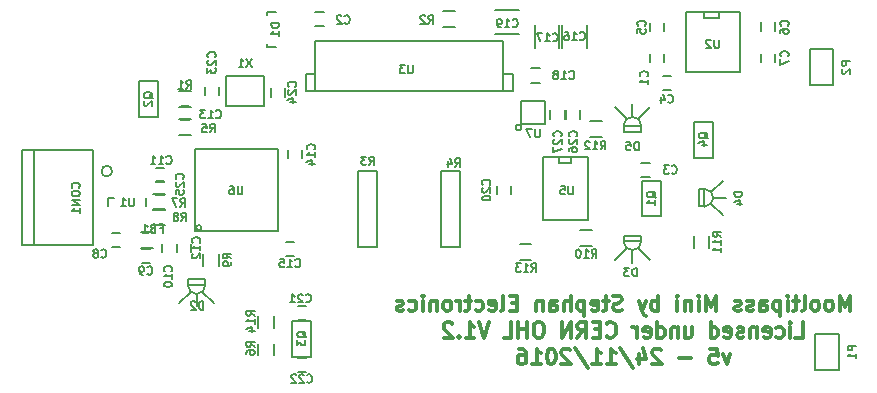
<source format=gbo>
G04 #@! TF.FileFunction,Legend,Bot*
%FSLAX46Y46*%
G04 Gerber Fmt 4.6, Leading zero omitted, Abs format (unit mm)*
G04 Created by KiCad (PCBNEW 4.0.4-stable) date 11/24/16 22:43:10*
%MOMM*%
%LPD*%
G01*
G04 APERTURE LIST*
%ADD10C,0.100000*%
%ADD11C,0.200000*%
%ADD12C,0.300000*%
%ADD13C,0.150000*%
%ADD14C,0.127000*%
G04 APERTURE END LIST*
D10*
D11*
X105850000Y-81500000D02*
G75*
G03X105850000Y-81500000I-450000J0D01*
G01*
D12*
X168309520Y-93338095D02*
X168309520Y-92038095D01*
X167876187Y-92966667D01*
X167442854Y-92038095D01*
X167442854Y-93338095D01*
X166638092Y-93338095D02*
X166761901Y-93276190D01*
X166823806Y-93214286D01*
X166885711Y-93090476D01*
X166885711Y-92719048D01*
X166823806Y-92595238D01*
X166761901Y-92533333D01*
X166638092Y-92471429D01*
X166452378Y-92471429D01*
X166328568Y-92533333D01*
X166266663Y-92595238D01*
X166204759Y-92719048D01*
X166204759Y-93090476D01*
X166266663Y-93214286D01*
X166328568Y-93276190D01*
X166452378Y-93338095D01*
X166638092Y-93338095D01*
X165461902Y-93338095D02*
X165585711Y-93276190D01*
X165647616Y-93214286D01*
X165709521Y-93090476D01*
X165709521Y-92719048D01*
X165647616Y-92595238D01*
X165585711Y-92533333D01*
X165461902Y-92471429D01*
X165276188Y-92471429D01*
X165152378Y-92533333D01*
X165090473Y-92595238D01*
X165028569Y-92719048D01*
X165028569Y-93090476D01*
X165090473Y-93214286D01*
X165152378Y-93276190D01*
X165276188Y-93338095D01*
X165461902Y-93338095D01*
X164285712Y-93338095D02*
X164409521Y-93276190D01*
X164471426Y-93152381D01*
X164471426Y-92038095D01*
X163976188Y-92471429D02*
X163480950Y-92471429D01*
X163790474Y-92038095D02*
X163790474Y-93152381D01*
X163728569Y-93276190D01*
X163604760Y-93338095D01*
X163480950Y-93338095D01*
X163047617Y-93338095D02*
X163047617Y-92471429D01*
X163047617Y-92038095D02*
X163109522Y-92100000D01*
X163047617Y-92161905D01*
X162985712Y-92100000D01*
X163047617Y-92038095D01*
X163047617Y-92161905D01*
X162428569Y-92471429D02*
X162428569Y-93771429D01*
X162428569Y-92533333D02*
X162304760Y-92471429D01*
X162057141Y-92471429D01*
X161933331Y-92533333D01*
X161871426Y-92595238D01*
X161809522Y-92719048D01*
X161809522Y-93090476D01*
X161871426Y-93214286D01*
X161933331Y-93276190D01*
X162057141Y-93338095D01*
X162304760Y-93338095D01*
X162428569Y-93276190D01*
X160695236Y-93338095D02*
X160695236Y-92657143D01*
X160757141Y-92533333D01*
X160880951Y-92471429D01*
X161128570Y-92471429D01*
X161252379Y-92533333D01*
X160695236Y-93276190D02*
X160819046Y-93338095D01*
X161128570Y-93338095D01*
X161252379Y-93276190D01*
X161314284Y-93152381D01*
X161314284Y-93028571D01*
X161252379Y-92904762D01*
X161128570Y-92842857D01*
X160819046Y-92842857D01*
X160695236Y-92780952D01*
X160138094Y-93276190D02*
X160014284Y-93338095D01*
X159766665Y-93338095D01*
X159642856Y-93276190D01*
X159580951Y-93152381D01*
X159580951Y-93090476D01*
X159642856Y-92966667D01*
X159766665Y-92904762D01*
X159952380Y-92904762D01*
X160076189Y-92842857D01*
X160138094Y-92719048D01*
X160138094Y-92657143D01*
X160076189Y-92533333D01*
X159952380Y-92471429D01*
X159766665Y-92471429D01*
X159642856Y-92533333D01*
X159085713Y-93276190D02*
X158961903Y-93338095D01*
X158714284Y-93338095D01*
X158590475Y-93276190D01*
X158528570Y-93152381D01*
X158528570Y-93090476D01*
X158590475Y-92966667D01*
X158714284Y-92904762D01*
X158899999Y-92904762D01*
X159023808Y-92842857D01*
X159085713Y-92719048D01*
X159085713Y-92657143D01*
X159023808Y-92533333D01*
X158899999Y-92471429D01*
X158714284Y-92471429D01*
X158590475Y-92533333D01*
X156980951Y-93338095D02*
X156980951Y-92038095D01*
X156547618Y-92966667D01*
X156114285Y-92038095D01*
X156114285Y-93338095D01*
X155495237Y-93338095D02*
X155495237Y-92471429D01*
X155495237Y-92038095D02*
X155557142Y-92100000D01*
X155495237Y-92161905D01*
X155433332Y-92100000D01*
X155495237Y-92038095D01*
X155495237Y-92161905D01*
X154876189Y-92471429D02*
X154876189Y-93338095D01*
X154876189Y-92595238D02*
X154814284Y-92533333D01*
X154690475Y-92471429D01*
X154504761Y-92471429D01*
X154380951Y-92533333D01*
X154319046Y-92657143D01*
X154319046Y-93338095D01*
X153699999Y-93338095D02*
X153699999Y-92471429D01*
X153699999Y-92038095D02*
X153761904Y-92100000D01*
X153699999Y-92161905D01*
X153638094Y-92100000D01*
X153699999Y-92038095D01*
X153699999Y-92161905D01*
X152090475Y-93338095D02*
X152090475Y-92038095D01*
X152090475Y-92533333D02*
X151966666Y-92471429D01*
X151719047Y-92471429D01*
X151595237Y-92533333D01*
X151533332Y-92595238D01*
X151471428Y-92719048D01*
X151471428Y-93090476D01*
X151533332Y-93214286D01*
X151595237Y-93276190D01*
X151719047Y-93338095D01*
X151966666Y-93338095D01*
X152090475Y-93276190D01*
X151038095Y-92471429D02*
X150728571Y-93338095D01*
X150419047Y-92471429D02*
X150728571Y-93338095D01*
X150852380Y-93647619D01*
X150914285Y-93709524D01*
X151038095Y-93771429D01*
X148995238Y-93276190D02*
X148809524Y-93338095D01*
X148500000Y-93338095D01*
X148376190Y-93276190D01*
X148314286Y-93214286D01*
X148252381Y-93090476D01*
X148252381Y-92966667D01*
X148314286Y-92842857D01*
X148376190Y-92780952D01*
X148500000Y-92719048D01*
X148747619Y-92657143D01*
X148871428Y-92595238D01*
X148933333Y-92533333D01*
X148995238Y-92409524D01*
X148995238Y-92285714D01*
X148933333Y-92161905D01*
X148871428Y-92100000D01*
X148747619Y-92038095D01*
X148438095Y-92038095D01*
X148252381Y-92100000D01*
X147880952Y-92471429D02*
X147385714Y-92471429D01*
X147695238Y-92038095D02*
X147695238Y-93152381D01*
X147633333Y-93276190D01*
X147509524Y-93338095D01*
X147385714Y-93338095D01*
X146457143Y-93276190D02*
X146580953Y-93338095D01*
X146828572Y-93338095D01*
X146952381Y-93276190D01*
X147014286Y-93152381D01*
X147014286Y-92657143D01*
X146952381Y-92533333D01*
X146828572Y-92471429D01*
X146580953Y-92471429D01*
X146457143Y-92533333D01*
X146395238Y-92657143D01*
X146395238Y-92780952D01*
X147014286Y-92904762D01*
X145838095Y-92471429D02*
X145838095Y-93771429D01*
X145838095Y-92533333D02*
X145714286Y-92471429D01*
X145466667Y-92471429D01*
X145342857Y-92533333D01*
X145280952Y-92595238D01*
X145219048Y-92719048D01*
X145219048Y-93090476D01*
X145280952Y-93214286D01*
X145342857Y-93276190D01*
X145466667Y-93338095D01*
X145714286Y-93338095D01*
X145838095Y-93276190D01*
X144661905Y-93338095D02*
X144661905Y-92038095D01*
X144104762Y-93338095D02*
X144104762Y-92657143D01*
X144166667Y-92533333D01*
X144290477Y-92471429D01*
X144476191Y-92471429D01*
X144600000Y-92533333D01*
X144661905Y-92595238D01*
X142928572Y-93338095D02*
X142928572Y-92657143D01*
X142990477Y-92533333D01*
X143114287Y-92471429D01*
X143361906Y-92471429D01*
X143485715Y-92533333D01*
X142928572Y-93276190D02*
X143052382Y-93338095D01*
X143361906Y-93338095D01*
X143485715Y-93276190D01*
X143547620Y-93152381D01*
X143547620Y-93028571D01*
X143485715Y-92904762D01*
X143361906Y-92842857D01*
X143052382Y-92842857D01*
X142928572Y-92780952D01*
X142309525Y-92471429D02*
X142309525Y-93338095D01*
X142309525Y-92595238D02*
X142247620Y-92533333D01*
X142123811Y-92471429D01*
X141938097Y-92471429D01*
X141814287Y-92533333D01*
X141752382Y-92657143D01*
X141752382Y-93338095D01*
X140142859Y-92657143D02*
X139709526Y-92657143D01*
X139523812Y-93338095D02*
X140142859Y-93338095D01*
X140142859Y-92038095D01*
X139523812Y-92038095D01*
X138780955Y-93338095D02*
X138904764Y-93276190D01*
X138966669Y-93152381D01*
X138966669Y-92038095D01*
X137790479Y-93276190D02*
X137914289Y-93338095D01*
X138161908Y-93338095D01*
X138285717Y-93276190D01*
X138347622Y-93152381D01*
X138347622Y-92657143D01*
X138285717Y-92533333D01*
X138161908Y-92471429D01*
X137914289Y-92471429D01*
X137790479Y-92533333D01*
X137728574Y-92657143D01*
X137728574Y-92780952D01*
X138347622Y-92904762D01*
X136614288Y-93276190D02*
X136738098Y-93338095D01*
X136985717Y-93338095D01*
X137109526Y-93276190D01*
X137171431Y-93214286D01*
X137233336Y-93090476D01*
X137233336Y-92719048D01*
X137171431Y-92595238D01*
X137109526Y-92533333D01*
X136985717Y-92471429D01*
X136738098Y-92471429D01*
X136614288Y-92533333D01*
X136242859Y-92471429D02*
X135747621Y-92471429D01*
X136057145Y-92038095D02*
X136057145Y-93152381D01*
X135995240Y-93276190D01*
X135871431Y-93338095D01*
X135747621Y-93338095D01*
X135314288Y-93338095D02*
X135314288Y-92471429D01*
X135314288Y-92719048D02*
X135252383Y-92595238D01*
X135190479Y-92533333D01*
X135066669Y-92471429D01*
X134942860Y-92471429D01*
X134323812Y-93338095D02*
X134447621Y-93276190D01*
X134509526Y-93214286D01*
X134571431Y-93090476D01*
X134571431Y-92719048D01*
X134509526Y-92595238D01*
X134447621Y-92533333D01*
X134323812Y-92471429D01*
X134138098Y-92471429D01*
X134014288Y-92533333D01*
X133952383Y-92595238D01*
X133890479Y-92719048D01*
X133890479Y-93090476D01*
X133952383Y-93214286D01*
X134014288Y-93276190D01*
X134138098Y-93338095D01*
X134323812Y-93338095D01*
X133333336Y-92471429D02*
X133333336Y-93338095D01*
X133333336Y-92595238D02*
X133271431Y-92533333D01*
X133147622Y-92471429D01*
X132961908Y-92471429D01*
X132838098Y-92533333D01*
X132776193Y-92657143D01*
X132776193Y-93338095D01*
X132157146Y-93338095D02*
X132157146Y-92471429D01*
X132157146Y-92038095D02*
X132219051Y-92100000D01*
X132157146Y-92161905D01*
X132095241Y-92100000D01*
X132157146Y-92038095D01*
X132157146Y-92161905D01*
X130980955Y-93276190D02*
X131104765Y-93338095D01*
X131352384Y-93338095D01*
X131476193Y-93276190D01*
X131538098Y-93214286D01*
X131600003Y-93090476D01*
X131600003Y-92719048D01*
X131538098Y-92595238D01*
X131476193Y-92533333D01*
X131352384Y-92471429D01*
X131104765Y-92471429D01*
X130980955Y-92533333D01*
X130485717Y-93276190D02*
X130361907Y-93338095D01*
X130114288Y-93338095D01*
X129990479Y-93276190D01*
X129928574Y-93152381D01*
X129928574Y-93090476D01*
X129990479Y-92966667D01*
X130114288Y-92904762D01*
X130300003Y-92904762D01*
X130423812Y-92842857D01*
X130485717Y-92719048D01*
X130485717Y-92657143D01*
X130423812Y-92533333D01*
X130300003Y-92471429D01*
X130114288Y-92471429D01*
X129990479Y-92533333D01*
X163697619Y-95588095D02*
X164316666Y-95588095D01*
X164316666Y-94288095D01*
X163264285Y-95588095D02*
X163264285Y-94721429D01*
X163264285Y-94288095D02*
X163326190Y-94350000D01*
X163264285Y-94411905D01*
X163202380Y-94350000D01*
X163264285Y-94288095D01*
X163264285Y-94411905D01*
X162088094Y-95526190D02*
X162211904Y-95588095D01*
X162459523Y-95588095D01*
X162583332Y-95526190D01*
X162645237Y-95464286D01*
X162707142Y-95340476D01*
X162707142Y-94969048D01*
X162645237Y-94845238D01*
X162583332Y-94783333D01*
X162459523Y-94721429D01*
X162211904Y-94721429D01*
X162088094Y-94783333D01*
X161035713Y-95526190D02*
X161159523Y-95588095D01*
X161407142Y-95588095D01*
X161530951Y-95526190D01*
X161592856Y-95402381D01*
X161592856Y-94907143D01*
X161530951Y-94783333D01*
X161407142Y-94721429D01*
X161159523Y-94721429D01*
X161035713Y-94783333D01*
X160973808Y-94907143D01*
X160973808Y-95030952D01*
X161592856Y-95154762D01*
X160416665Y-94721429D02*
X160416665Y-95588095D01*
X160416665Y-94845238D02*
X160354760Y-94783333D01*
X160230951Y-94721429D01*
X160045237Y-94721429D01*
X159921427Y-94783333D01*
X159859522Y-94907143D01*
X159859522Y-95588095D01*
X159302380Y-95526190D02*
X159178570Y-95588095D01*
X158930951Y-95588095D01*
X158807142Y-95526190D01*
X158745237Y-95402381D01*
X158745237Y-95340476D01*
X158807142Y-95216667D01*
X158930951Y-95154762D01*
X159116666Y-95154762D01*
X159240475Y-95092857D01*
X159302380Y-94969048D01*
X159302380Y-94907143D01*
X159240475Y-94783333D01*
X159116666Y-94721429D01*
X158930951Y-94721429D01*
X158807142Y-94783333D01*
X157692856Y-95526190D02*
X157816666Y-95588095D01*
X158064285Y-95588095D01*
X158188094Y-95526190D01*
X158249999Y-95402381D01*
X158249999Y-94907143D01*
X158188094Y-94783333D01*
X158064285Y-94721429D01*
X157816666Y-94721429D01*
X157692856Y-94783333D01*
X157630951Y-94907143D01*
X157630951Y-95030952D01*
X158249999Y-95154762D01*
X156516665Y-95588095D02*
X156516665Y-94288095D01*
X156516665Y-95526190D02*
X156640475Y-95588095D01*
X156888094Y-95588095D01*
X157011903Y-95526190D01*
X157073808Y-95464286D01*
X157135713Y-95340476D01*
X157135713Y-94969048D01*
X157073808Y-94845238D01*
X157011903Y-94783333D01*
X156888094Y-94721429D01*
X156640475Y-94721429D01*
X156516665Y-94783333D01*
X154349999Y-94721429D02*
X154349999Y-95588095D01*
X154907142Y-94721429D02*
X154907142Y-95402381D01*
X154845237Y-95526190D01*
X154721428Y-95588095D01*
X154535714Y-95588095D01*
X154411904Y-95526190D01*
X154349999Y-95464286D01*
X153730952Y-94721429D02*
X153730952Y-95588095D01*
X153730952Y-94845238D02*
X153669047Y-94783333D01*
X153545238Y-94721429D01*
X153359524Y-94721429D01*
X153235714Y-94783333D01*
X153173809Y-94907143D01*
X153173809Y-95588095D01*
X151997619Y-95588095D02*
X151997619Y-94288095D01*
X151997619Y-95526190D02*
X152121429Y-95588095D01*
X152369048Y-95588095D01*
X152492857Y-95526190D01*
X152554762Y-95464286D01*
X152616667Y-95340476D01*
X152616667Y-94969048D01*
X152554762Y-94845238D01*
X152492857Y-94783333D01*
X152369048Y-94721429D01*
X152121429Y-94721429D01*
X151997619Y-94783333D01*
X150883334Y-95526190D02*
X151007144Y-95588095D01*
X151254763Y-95588095D01*
X151378572Y-95526190D01*
X151440477Y-95402381D01*
X151440477Y-94907143D01*
X151378572Y-94783333D01*
X151254763Y-94721429D01*
X151007144Y-94721429D01*
X150883334Y-94783333D01*
X150821429Y-94907143D01*
X150821429Y-95030952D01*
X151440477Y-95154762D01*
X150264286Y-95588095D02*
X150264286Y-94721429D01*
X150264286Y-94969048D02*
X150202381Y-94845238D01*
X150140477Y-94783333D01*
X150016667Y-94721429D01*
X149892858Y-94721429D01*
X147726191Y-95464286D02*
X147788096Y-95526190D01*
X147973810Y-95588095D01*
X148097620Y-95588095D01*
X148283334Y-95526190D01*
X148407143Y-95402381D01*
X148469048Y-95278571D01*
X148530953Y-95030952D01*
X148530953Y-94845238D01*
X148469048Y-94597619D01*
X148407143Y-94473810D01*
X148283334Y-94350000D01*
X148097620Y-94288095D01*
X147973810Y-94288095D01*
X147788096Y-94350000D01*
X147726191Y-94411905D01*
X147169048Y-94907143D02*
X146735715Y-94907143D01*
X146550001Y-95588095D02*
X147169048Y-95588095D01*
X147169048Y-94288095D01*
X146550001Y-94288095D01*
X145250001Y-95588095D02*
X145683334Y-94969048D01*
X145992858Y-95588095D02*
X145992858Y-94288095D01*
X145497620Y-94288095D01*
X145373811Y-94350000D01*
X145311906Y-94411905D01*
X145250001Y-94535714D01*
X145250001Y-94721429D01*
X145311906Y-94845238D01*
X145373811Y-94907143D01*
X145497620Y-94969048D01*
X145992858Y-94969048D01*
X144692858Y-95588095D02*
X144692858Y-94288095D01*
X143950001Y-95588095D01*
X143950001Y-94288095D01*
X142092858Y-94288095D02*
X141845239Y-94288095D01*
X141721430Y-94350000D01*
X141597620Y-94473810D01*
X141535715Y-94721429D01*
X141535715Y-95154762D01*
X141597620Y-95402381D01*
X141721430Y-95526190D01*
X141845239Y-95588095D01*
X142092858Y-95588095D01*
X142216668Y-95526190D01*
X142340477Y-95402381D01*
X142402382Y-95154762D01*
X142402382Y-94721429D01*
X142340477Y-94473810D01*
X142216668Y-94350000D01*
X142092858Y-94288095D01*
X140978572Y-95588095D02*
X140978572Y-94288095D01*
X140978572Y-94907143D02*
X140235715Y-94907143D01*
X140235715Y-95588095D02*
X140235715Y-94288095D01*
X138997620Y-95588095D02*
X139616667Y-95588095D01*
X139616667Y-94288095D01*
X137759524Y-94288095D02*
X137326191Y-95588095D01*
X136892858Y-94288095D01*
X135778572Y-95588095D02*
X136521429Y-95588095D01*
X136150000Y-95588095D02*
X136150000Y-94288095D01*
X136273810Y-94473810D01*
X136397619Y-94597619D01*
X136521429Y-94659524D01*
X135221429Y-95464286D02*
X135159524Y-95526190D01*
X135221429Y-95588095D01*
X135283334Y-95526190D01*
X135221429Y-95464286D01*
X135221429Y-95588095D01*
X134664286Y-94411905D02*
X134602381Y-94350000D01*
X134478572Y-94288095D01*
X134169048Y-94288095D01*
X134045238Y-94350000D01*
X133983334Y-94411905D01*
X133921429Y-94535714D01*
X133921429Y-94659524D01*
X133983334Y-94845238D01*
X134726191Y-95588095D01*
X133921429Y-95588095D01*
X158188094Y-96971429D02*
X157878570Y-97838095D01*
X157569046Y-96971429D01*
X156454761Y-96538095D02*
X157073808Y-96538095D01*
X157135713Y-97157143D01*
X157073808Y-97095238D01*
X156949999Y-97033333D01*
X156640475Y-97033333D01*
X156516665Y-97095238D01*
X156454761Y-97157143D01*
X156392856Y-97280952D01*
X156392856Y-97590476D01*
X156454761Y-97714286D01*
X156516665Y-97776190D01*
X156640475Y-97838095D01*
X156949999Y-97838095D01*
X157073808Y-97776190D01*
X157135713Y-97714286D01*
X154845237Y-97342857D02*
X153854761Y-97342857D01*
X152307142Y-96661905D02*
X152245237Y-96600000D01*
X152121428Y-96538095D01*
X151811904Y-96538095D01*
X151688094Y-96600000D01*
X151626190Y-96661905D01*
X151564285Y-96785714D01*
X151564285Y-96909524D01*
X151626190Y-97095238D01*
X152369047Y-97838095D01*
X151564285Y-97838095D01*
X150449999Y-96971429D02*
X150449999Y-97838095D01*
X150759523Y-96476190D02*
X151069047Y-97404762D01*
X150264285Y-97404762D01*
X148840476Y-96476190D02*
X149954761Y-98147619D01*
X147726190Y-97838095D02*
X148469047Y-97838095D01*
X148097618Y-97838095D02*
X148097618Y-96538095D01*
X148221428Y-96723810D01*
X148345237Y-96847619D01*
X148469047Y-96909524D01*
X146488095Y-97838095D02*
X147230952Y-97838095D01*
X146859523Y-97838095D02*
X146859523Y-96538095D01*
X146983333Y-96723810D01*
X147107142Y-96847619D01*
X147230952Y-96909524D01*
X145002381Y-96476190D02*
X146116666Y-98147619D01*
X144630952Y-96661905D02*
X144569047Y-96600000D01*
X144445238Y-96538095D01*
X144135714Y-96538095D01*
X144011904Y-96600000D01*
X143950000Y-96661905D01*
X143888095Y-96785714D01*
X143888095Y-96909524D01*
X143950000Y-97095238D01*
X144692857Y-97838095D01*
X143888095Y-97838095D01*
X143083333Y-96538095D02*
X142959524Y-96538095D01*
X142835714Y-96600000D01*
X142773809Y-96661905D01*
X142711905Y-96785714D01*
X142650000Y-97033333D01*
X142650000Y-97342857D01*
X142711905Y-97590476D01*
X142773809Y-97714286D01*
X142835714Y-97776190D01*
X142959524Y-97838095D01*
X143083333Y-97838095D01*
X143207143Y-97776190D01*
X143269047Y-97714286D01*
X143330952Y-97590476D01*
X143392857Y-97342857D01*
X143392857Y-97033333D01*
X143330952Y-96785714D01*
X143269047Y-96661905D01*
X143207143Y-96600000D01*
X143083333Y-96538095D01*
X141411905Y-97838095D02*
X142154762Y-97838095D01*
X141783333Y-97838095D02*
X141783333Y-96538095D01*
X141907143Y-96723810D01*
X142030952Y-96847619D01*
X142154762Y-96909524D01*
X140297619Y-96538095D02*
X140545238Y-96538095D01*
X140669048Y-96600000D01*
X140730953Y-96661905D01*
X140854762Y-96847619D01*
X140916667Y-97095238D01*
X140916667Y-97590476D01*
X140854762Y-97714286D01*
X140792857Y-97776190D01*
X140669048Y-97838095D01*
X140421429Y-97838095D01*
X140297619Y-97776190D01*
X140235715Y-97714286D01*
X140173810Y-97590476D01*
X140173810Y-97280952D01*
X140235715Y-97157143D01*
X140297619Y-97095238D01*
X140421429Y-97033333D01*
X140669048Y-97033333D01*
X140792857Y-97095238D01*
X140854762Y-97157143D01*
X140916667Y-97280952D01*
D13*
X128300000Y-81500000D02*
X128300000Y-87900000D01*
X128300000Y-87900000D02*
X126700000Y-87900000D01*
X126700000Y-87900000D02*
X126700000Y-81500000D01*
X126700000Y-81500000D02*
X128300000Y-81500000D01*
X123050000Y-74700000D02*
X122250000Y-74700000D01*
X122250000Y-74700000D02*
X122250000Y-73300000D01*
X122250000Y-73300000D02*
X123050000Y-73300000D01*
X138950000Y-74700000D02*
X139750000Y-74700000D01*
X139750000Y-74700000D02*
X139750000Y-73300000D01*
X139750000Y-73300000D02*
X138950000Y-73300000D01*
X138950000Y-70500000D02*
X138950000Y-74700000D01*
X138950000Y-74700000D02*
X123050000Y-74700000D01*
X123050000Y-74700000D02*
X123050000Y-70500000D01*
X123050000Y-70500000D02*
X138950000Y-70500000D01*
X151400000Y-71600000D02*
X151400000Y-72300000D01*
X152600000Y-72300000D02*
X152600000Y-71600000D01*
X123050000Y-69250000D02*
X123750000Y-69250000D01*
X123750000Y-68050000D02*
X123050000Y-68050000D01*
X150650000Y-82000000D02*
X151350000Y-82000000D01*
X151350000Y-80800000D02*
X150650000Y-80800000D01*
X152450000Y-74650000D02*
X153150000Y-74650000D01*
X153150000Y-73450000D02*
X152450000Y-73450000D01*
X152600000Y-69650000D02*
X152600000Y-68950000D01*
X151400000Y-68950000D02*
X151400000Y-69650000D01*
X162000000Y-69600000D02*
X162000000Y-68900000D01*
X160800000Y-68900000D02*
X160800000Y-69600000D01*
X160800000Y-71600000D02*
X160800000Y-72300000D01*
X162000000Y-72300000D02*
X162000000Y-71600000D01*
X106550000Y-86700000D02*
X105850000Y-86700000D01*
X105850000Y-87900000D02*
X106550000Y-87900000D01*
X110100000Y-87650000D02*
X110100000Y-88350000D01*
X111300000Y-88350000D02*
X111300000Y-87650000D01*
X110250000Y-81200000D02*
X109550000Y-81200000D01*
X109550000Y-82400000D02*
X110250000Y-82400000D01*
X111300000Y-87650000D02*
X111300000Y-88350000D01*
X112500000Y-88350000D02*
X112500000Y-87650000D01*
X112350000Y-76000000D02*
X111650000Y-76000000D01*
X111650000Y-77200000D02*
X112350000Y-77200000D01*
X121900000Y-80400000D02*
X121900000Y-79700000D01*
X120700000Y-79700000D02*
X120700000Y-80400000D01*
X120550000Y-88700000D02*
X121250000Y-88700000D01*
X121250000Y-87500000D02*
X120550000Y-87500000D01*
X146025000Y-69100000D02*
X146025000Y-71100000D01*
X143975000Y-71100000D02*
X143975000Y-69100000D01*
X143725000Y-69100000D02*
X143725000Y-71100000D01*
X141675000Y-71100000D02*
X141675000Y-69100000D01*
X141350000Y-74000000D02*
X142050000Y-74000000D01*
X142050000Y-72800000D02*
X141350000Y-72800000D01*
X140300000Y-69925000D02*
X138300000Y-69925000D01*
X138300000Y-67875000D02*
X140300000Y-67875000D01*
X139600000Y-83450000D02*
X139600000Y-82750000D01*
X138400000Y-82750000D02*
X138400000Y-83450000D01*
X121550000Y-94100000D02*
X122250000Y-94100000D01*
X122250000Y-92900000D02*
X121550000Y-92900000D01*
X122250000Y-97300000D02*
X121550000Y-97300000D01*
X121550000Y-98500000D02*
X122250000Y-98500000D01*
X113700000Y-74350000D02*
X113700000Y-75050000D01*
X114900000Y-75050000D02*
X114900000Y-74350000D01*
X120500000Y-75200000D02*
X120500000Y-74500000D01*
X119300000Y-74500000D02*
X119300000Y-75200000D01*
X110250000Y-82300000D02*
X109550000Y-82300000D01*
X109550000Y-83500000D02*
X110250000Y-83500000D01*
X99200000Y-87750000D02*
X98200000Y-87750000D01*
X98200000Y-87750000D02*
X98200000Y-79750000D01*
X98200000Y-79750000D02*
X99200000Y-79750000D01*
X99200000Y-87750000D02*
X99200000Y-79750000D01*
X99200000Y-79750000D02*
X104250000Y-79750000D01*
X104250000Y-79750000D02*
X104250000Y-87750000D01*
X104250000Y-87750000D02*
X99200000Y-87750000D01*
X109300000Y-86625000D02*
X108300000Y-86625000D01*
X108300000Y-87975000D02*
X109300000Y-87975000D01*
X111500000Y-76075000D02*
X112500000Y-76075000D01*
X112500000Y-74725000D02*
X111500000Y-74725000D01*
X133900000Y-69275000D02*
X134900000Y-69275000D01*
X134900000Y-67925000D02*
X133900000Y-67925000D01*
X135300000Y-81500000D02*
X135300000Y-87900000D01*
X135300000Y-87900000D02*
X133700000Y-87900000D01*
X133700000Y-87900000D02*
X133700000Y-81500000D01*
X133700000Y-81500000D02*
X135300000Y-81500000D01*
X111500000Y-78475000D02*
X112500000Y-78475000D01*
X112500000Y-77125000D02*
X111500000Y-77125000D01*
X110300000Y-83425000D02*
X109300000Y-83425000D01*
X109300000Y-84775000D02*
X110300000Y-84775000D01*
X110300000Y-84725000D02*
X109300000Y-84725000D01*
X109300000Y-86075000D02*
X110300000Y-86075000D01*
X105499800Y-83749480D02*
X105990020Y-83749480D01*
X105499800Y-84450520D02*
X105499800Y-83749480D01*
X108700200Y-84450520D02*
X108700200Y-83749480D01*
X154414000Y-68060000D02*
X154414000Y-73140000D01*
X154414000Y-73140000D02*
X158986000Y-73140000D01*
X158986000Y-73140000D02*
X158986000Y-68060000D01*
X158986000Y-68060000D02*
X154414000Y-68060000D01*
X155938000Y-68060000D02*
X155938000Y-68568000D01*
X155938000Y-68568000D02*
X157208000Y-68568000D01*
X157208000Y-68568000D02*
X157208000Y-68060000D01*
D14*
X145978000Y-80333000D02*
X146105000Y-80333000D01*
X146105000Y-80333000D02*
X146105000Y-85667000D01*
X142295000Y-85667000D02*
X142295000Y-80333000D01*
X142295000Y-80333000D02*
X145978000Y-80333000D01*
X143692000Y-80333000D02*
X143692000Y-80841000D01*
X143692000Y-80841000D02*
X144708000Y-80841000D01*
X144708000Y-80841000D02*
X144708000Y-80333000D01*
X142295000Y-85667000D02*
X146105000Y-85667000D01*
D13*
X113423607Y-86300000D02*
G75*
G03X113423607Y-86300000I-223607J0D01*
G01*
X112900000Y-86600000D02*
X119900000Y-86600000D01*
X119900000Y-86600000D02*
X119900000Y-79600000D01*
X119900000Y-79600000D02*
X112900000Y-79600000D01*
X112900000Y-79600000D02*
X112900000Y-86600000D01*
X115500000Y-75950000D02*
X118700000Y-75950000D01*
X118700000Y-75950000D02*
X118700000Y-73450000D01*
X118700000Y-73450000D02*
X115500000Y-73450000D01*
X115500000Y-73450000D02*
X115500000Y-75950000D01*
X118999760Y-70799160D02*
X118999760Y-70750900D01*
X119700800Y-68000180D02*
X118999760Y-68000180D01*
X118999760Y-68000180D02*
X118999760Y-68249100D01*
X118999760Y-70799160D02*
X118999760Y-70999820D01*
X118999760Y-70999820D02*
X119700800Y-70999820D01*
X152300000Y-85300000D02*
X152300000Y-82300000D01*
X152300000Y-82300000D02*
X150700000Y-82300000D01*
X150700000Y-82300000D02*
X150700000Y-85300000D01*
X150700000Y-85300000D02*
X152300000Y-85300000D01*
X109700000Y-76900000D02*
X109700000Y-73900000D01*
X109700000Y-73900000D02*
X108100000Y-73900000D01*
X108100000Y-73900000D02*
X108100000Y-76900000D01*
X108100000Y-76900000D02*
X109700000Y-76900000D01*
X122700000Y-97200000D02*
X122700000Y-94200000D01*
X122700000Y-94200000D02*
X121100000Y-94200000D01*
X121100000Y-94200000D02*
X121100000Y-97200000D01*
X121100000Y-97200000D02*
X122700000Y-97200000D01*
X119575000Y-97100000D02*
X119575000Y-96100000D01*
X118225000Y-96100000D02*
X118225000Y-97100000D01*
X156700000Y-80350000D02*
X156700000Y-77350000D01*
X156700000Y-77350000D02*
X155100000Y-77350000D01*
X155100000Y-77350000D02*
X155100000Y-80350000D01*
X155100000Y-80350000D02*
X156700000Y-80350000D01*
X114875000Y-89500000D02*
X114875000Y-88500000D01*
X113525000Y-88500000D02*
X113525000Y-89500000D01*
X146500000Y-86525000D02*
X145500000Y-86525000D01*
X145500000Y-87875000D02*
X146500000Y-87875000D01*
X155075000Y-87000000D02*
X155075000Y-88000000D01*
X156425000Y-88000000D02*
X156425000Y-87000000D01*
X147300000Y-77225000D02*
X146300000Y-77225000D01*
X146300000Y-78575000D02*
X147300000Y-78575000D01*
X112500000Y-91700000D02*
X111550000Y-92700000D01*
X113000000Y-91900000D02*
X113000000Y-92950000D01*
X113500000Y-91700000D02*
X114450000Y-92700000D01*
X113000000Y-91900000D02*
G75*
G02X112250000Y-91150000I0J750000D01*
G01*
X113750000Y-91150000D02*
G75*
G02X113000000Y-91900000I-750000J0D01*
G01*
X113700000Y-91150000D02*
X112300000Y-91150000D01*
X112300000Y-91150000D02*
X112300000Y-90650000D01*
X112300000Y-90650000D02*
X113700000Y-90650000D01*
X113700000Y-90650000D02*
X113700000Y-91150000D01*
X149400000Y-88000000D02*
X148450000Y-89000000D01*
X149900000Y-88200000D02*
X149900000Y-89250000D01*
X150400000Y-88000000D02*
X151350000Y-89000000D01*
X149900000Y-88200000D02*
G75*
G02X149150000Y-87450000I0J750000D01*
G01*
X150650000Y-87450000D02*
G75*
G02X149900000Y-88200000I-750000J0D01*
G01*
X150600000Y-87450000D02*
X149200000Y-87450000D01*
X149200000Y-87450000D02*
X149200000Y-86950000D01*
X149200000Y-86950000D02*
X150600000Y-86950000D01*
X150600000Y-86950000D02*
X150600000Y-87450000D01*
X156550000Y-84250000D02*
X157550000Y-85200000D01*
X156750000Y-83750000D02*
X157800000Y-83750000D01*
X156550000Y-83250000D02*
X157550000Y-82300000D01*
X156750000Y-83750000D02*
G75*
G02X156000000Y-84500000I-750000J0D01*
G01*
X156000000Y-83000000D02*
G75*
G02X156750000Y-83750000I0J-750000D01*
G01*
X156000000Y-83050000D02*
X156000000Y-84450000D01*
X156000000Y-84450000D02*
X155500000Y-84450000D01*
X155500000Y-84450000D02*
X155500000Y-83050000D01*
X155500000Y-83050000D02*
X156000000Y-83050000D01*
X150400000Y-77100000D02*
X151350000Y-76100000D01*
X149900000Y-76900000D02*
X149900000Y-75850000D01*
X149400000Y-77100000D02*
X148450000Y-76100000D01*
X149900000Y-76900000D02*
G75*
G02X150650000Y-77650000I0J-750000D01*
G01*
X149150000Y-77650000D02*
G75*
G02X149900000Y-76900000I750000J0D01*
G01*
X149200000Y-77650000D02*
X150600000Y-77650000D01*
X150600000Y-77650000D02*
X150600000Y-78150000D01*
X150600000Y-78150000D02*
X149200000Y-78150000D01*
X149200000Y-78150000D02*
X149200000Y-77650000D01*
X141350000Y-87675000D02*
X140350000Y-87675000D01*
X140350000Y-89025000D02*
X141350000Y-89025000D01*
X145500000Y-77050000D02*
X145500000Y-76350000D01*
X144300000Y-76350000D02*
X144300000Y-77050000D01*
X144150000Y-77050000D02*
X144150000Y-76350000D01*
X142950000Y-76350000D02*
X142950000Y-77050000D01*
X118225000Y-93750000D02*
X118225000Y-94750000D01*
X119575000Y-94750000D02*
X119575000Y-93750000D01*
X140500000Y-77800000D02*
G75*
G03X140500000Y-77800000I-250000J0D01*
G01*
X140500000Y-77550000D02*
X142500000Y-77550000D01*
X142500000Y-77550000D02*
X142500000Y-75550000D01*
X142500000Y-75550000D02*
X140500000Y-75550000D01*
X140500000Y-75550000D02*
X140500000Y-77550000D01*
X165400000Y-95300000D02*
X165400000Y-98300000D01*
X165400000Y-98300000D02*
X167400000Y-98300000D01*
X167400000Y-98300000D02*
X167400000Y-95300000D01*
X167400000Y-95300000D02*
X165400000Y-95300000D01*
X164900000Y-71200000D02*
X164900000Y-74200000D01*
X164900000Y-74200000D02*
X166900000Y-74200000D01*
X166900000Y-74200000D02*
X166900000Y-71200000D01*
X166900000Y-71200000D02*
X164900000Y-71200000D01*
X109050000Y-88100000D02*
X108350000Y-88100000D01*
X108350000Y-89300000D02*
X109050000Y-89300000D01*
X127616666Y-80966667D02*
X127850000Y-80633333D01*
X128016666Y-80966667D02*
X128016666Y-80266667D01*
X127750000Y-80266667D01*
X127683333Y-80300000D01*
X127650000Y-80333333D01*
X127616666Y-80400000D01*
X127616666Y-80500000D01*
X127650000Y-80566667D01*
X127683333Y-80600000D01*
X127750000Y-80633333D01*
X128016666Y-80633333D01*
X127383333Y-80266667D02*
X126950000Y-80266667D01*
X127183333Y-80533333D01*
X127083333Y-80533333D01*
X127016666Y-80566667D01*
X126983333Y-80600000D01*
X126950000Y-80666667D01*
X126950000Y-80833333D01*
X126983333Y-80900000D01*
X127016666Y-80933333D01*
X127083333Y-80966667D01*
X127283333Y-80966667D01*
X127350000Y-80933333D01*
X127383333Y-80900000D01*
X131283333Y-72516667D02*
X131283333Y-73083333D01*
X131250000Y-73150000D01*
X131216667Y-73183333D01*
X131150000Y-73216667D01*
X131016667Y-73216667D01*
X130950000Y-73183333D01*
X130916667Y-73150000D01*
X130883333Y-73083333D01*
X130883333Y-72516667D01*
X130616667Y-72516667D02*
X130183334Y-72516667D01*
X130416667Y-72783333D01*
X130316667Y-72783333D01*
X130250000Y-72816667D01*
X130216667Y-72850000D01*
X130183334Y-72916667D01*
X130183334Y-73083333D01*
X130216667Y-73150000D01*
X130250000Y-73183333D01*
X130316667Y-73216667D01*
X130516667Y-73216667D01*
X130583334Y-73183333D01*
X130616667Y-73150000D01*
X151150000Y-73483334D02*
X151183333Y-73450000D01*
X151216667Y-73350000D01*
X151216667Y-73283334D01*
X151183333Y-73183334D01*
X151116667Y-73116667D01*
X151050000Y-73083334D01*
X150916667Y-73050000D01*
X150816667Y-73050000D01*
X150683333Y-73083334D01*
X150616667Y-73116667D01*
X150550000Y-73183334D01*
X150516667Y-73283334D01*
X150516667Y-73350000D01*
X150550000Y-73450000D01*
X150583333Y-73483334D01*
X151216667Y-74150000D02*
X151216667Y-73750000D01*
X151216667Y-73950000D02*
X150516667Y-73950000D01*
X150616667Y-73883334D01*
X150683333Y-73816667D01*
X150716667Y-73750000D01*
X125516666Y-68950000D02*
X125550000Y-68983333D01*
X125650000Y-69016667D01*
X125716666Y-69016667D01*
X125816666Y-68983333D01*
X125883333Y-68916667D01*
X125916666Y-68850000D01*
X125950000Y-68716667D01*
X125950000Y-68616667D01*
X125916666Y-68483333D01*
X125883333Y-68416667D01*
X125816666Y-68350000D01*
X125716666Y-68316667D01*
X125650000Y-68316667D01*
X125550000Y-68350000D01*
X125516666Y-68383333D01*
X125250000Y-68383333D02*
X125216666Y-68350000D01*
X125150000Y-68316667D01*
X124983333Y-68316667D01*
X124916666Y-68350000D01*
X124883333Y-68383333D01*
X124850000Y-68450000D01*
X124850000Y-68516667D01*
X124883333Y-68616667D01*
X125283333Y-69016667D01*
X124850000Y-69016667D01*
X153216666Y-81650000D02*
X153250000Y-81683333D01*
X153350000Y-81716667D01*
X153416666Y-81716667D01*
X153516666Y-81683333D01*
X153583333Y-81616667D01*
X153616666Y-81550000D01*
X153650000Y-81416667D01*
X153650000Y-81316667D01*
X153616666Y-81183333D01*
X153583333Y-81116667D01*
X153516666Y-81050000D01*
X153416666Y-81016667D01*
X153350000Y-81016667D01*
X153250000Y-81050000D01*
X153216666Y-81083333D01*
X152983333Y-81016667D02*
X152550000Y-81016667D01*
X152783333Y-81283333D01*
X152683333Y-81283333D01*
X152616666Y-81316667D01*
X152583333Y-81350000D01*
X152550000Y-81416667D01*
X152550000Y-81583333D01*
X152583333Y-81650000D01*
X152616666Y-81683333D01*
X152683333Y-81716667D01*
X152883333Y-81716667D01*
X152950000Y-81683333D01*
X152983333Y-81650000D01*
X152916666Y-75650000D02*
X152950000Y-75683333D01*
X153050000Y-75716667D01*
X153116666Y-75716667D01*
X153216666Y-75683333D01*
X153283333Y-75616667D01*
X153316666Y-75550000D01*
X153350000Y-75416667D01*
X153350000Y-75316667D01*
X153316666Y-75183333D01*
X153283333Y-75116667D01*
X153216666Y-75050000D01*
X153116666Y-75016667D01*
X153050000Y-75016667D01*
X152950000Y-75050000D01*
X152916666Y-75083333D01*
X152316666Y-75250000D02*
X152316666Y-75716667D01*
X152483333Y-74983333D02*
X152650000Y-75483333D01*
X152216666Y-75483333D01*
X150950000Y-69183334D02*
X150983333Y-69150000D01*
X151016667Y-69050000D01*
X151016667Y-68983334D01*
X150983333Y-68883334D01*
X150916667Y-68816667D01*
X150850000Y-68783334D01*
X150716667Y-68750000D01*
X150616667Y-68750000D01*
X150483333Y-68783334D01*
X150416667Y-68816667D01*
X150350000Y-68883334D01*
X150316667Y-68983334D01*
X150316667Y-69050000D01*
X150350000Y-69150000D01*
X150383333Y-69183334D01*
X150316667Y-69816667D02*
X150316667Y-69483334D01*
X150650000Y-69450000D01*
X150616667Y-69483334D01*
X150583333Y-69550000D01*
X150583333Y-69716667D01*
X150616667Y-69783334D01*
X150650000Y-69816667D01*
X150716667Y-69850000D01*
X150883333Y-69850000D01*
X150950000Y-69816667D01*
X150983333Y-69783334D01*
X151016667Y-69716667D01*
X151016667Y-69550000D01*
X150983333Y-69483334D01*
X150950000Y-69450000D01*
X163050000Y-69183334D02*
X163083333Y-69150000D01*
X163116667Y-69050000D01*
X163116667Y-68983334D01*
X163083333Y-68883334D01*
X163016667Y-68816667D01*
X162950000Y-68783334D01*
X162816667Y-68750000D01*
X162716667Y-68750000D01*
X162583333Y-68783334D01*
X162516667Y-68816667D01*
X162450000Y-68883334D01*
X162416667Y-68983334D01*
X162416667Y-69050000D01*
X162450000Y-69150000D01*
X162483333Y-69183334D01*
X162416667Y-69783334D02*
X162416667Y-69650000D01*
X162450000Y-69583334D01*
X162483333Y-69550000D01*
X162583333Y-69483334D01*
X162716667Y-69450000D01*
X162983333Y-69450000D01*
X163050000Y-69483334D01*
X163083333Y-69516667D01*
X163116667Y-69583334D01*
X163116667Y-69716667D01*
X163083333Y-69783334D01*
X163050000Y-69816667D01*
X162983333Y-69850000D01*
X162816667Y-69850000D01*
X162750000Y-69816667D01*
X162716667Y-69783334D01*
X162683333Y-69716667D01*
X162683333Y-69583334D01*
X162716667Y-69516667D01*
X162750000Y-69483334D01*
X162816667Y-69450000D01*
X163050000Y-71783334D02*
X163083333Y-71750000D01*
X163116667Y-71650000D01*
X163116667Y-71583334D01*
X163083333Y-71483334D01*
X163016667Y-71416667D01*
X162950000Y-71383334D01*
X162816667Y-71350000D01*
X162716667Y-71350000D01*
X162583333Y-71383334D01*
X162516667Y-71416667D01*
X162450000Y-71483334D01*
X162416667Y-71583334D01*
X162416667Y-71650000D01*
X162450000Y-71750000D01*
X162483333Y-71783334D01*
X162416667Y-72016667D02*
X162416667Y-72483334D01*
X163116667Y-72183334D01*
X104916666Y-88750000D02*
X104950000Y-88783333D01*
X105050000Y-88816667D01*
X105116666Y-88816667D01*
X105216666Y-88783333D01*
X105283333Y-88716667D01*
X105316666Y-88650000D01*
X105350000Y-88516667D01*
X105350000Y-88416667D01*
X105316666Y-88283333D01*
X105283333Y-88216667D01*
X105216666Y-88150000D01*
X105116666Y-88116667D01*
X105050000Y-88116667D01*
X104950000Y-88150000D01*
X104916666Y-88183333D01*
X104516666Y-88416667D02*
X104583333Y-88383333D01*
X104616666Y-88350000D01*
X104650000Y-88283333D01*
X104650000Y-88250000D01*
X104616666Y-88183333D01*
X104583333Y-88150000D01*
X104516666Y-88116667D01*
X104383333Y-88116667D01*
X104316666Y-88150000D01*
X104283333Y-88183333D01*
X104250000Y-88250000D01*
X104250000Y-88283333D01*
X104283333Y-88350000D01*
X104316666Y-88383333D01*
X104383333Y-88416667D01*
X104516666Y-88416667D01*
X104583333Y-88450000D01*
X104616666Y-88483333D01*
X104650000Y-88550000D01*
X104650000Y-88683333D01*
X104616666Y-88750000D01*
X104583333Y-88783333D01*
X104516666Y-88816667D01*
X104383333Y-88816667D01*
X104316666Y-88783333D01*
X104283333Y-88750000D01*
X104250000Y-88683333D01*
X104250000Y-88550000D01*
X104283333Y-88483333D01*
X104316666Y-88450000D01*
X104383333Y-88416667D01*
X110850000Y-89950000D02*
X110883333Y-89916666D01*
X110916667Y-89816666D01*
X110916667Y-89750000D01*
X110883333Y-89650000D01*
X110816667Y-89583333D01*
X110750000Y-89550000D01*
X110616667Y-89516666D01*
X110516667Y-89516666D01*
X110383333Y-89550000D01*
X110316667Y-89583333D01*
X110250000Y-89650000D01*
X110216667Y-89750000D01*
X110216667Y-89816666D01*
X110250000Y-89916666D01*
X110283333Y-89950000D01*
X110916667Y-90616666D02*
X110916667Y-90216666D01*
X110916667Y-90416666D02*
X110216667Y-90416666D01*
X110316667Y-90350000D01*
X110383333Y-90283333D01*
X110416667Y-90216666D01*
X110216667Y-91050000D02*
X110216667Y-91116667D01*
X110250000Y-91183333D01*
X110283333Y-91216667D01*
X110350000Y-91250000D01*
X110483333Y-91283333D01*
X110650000Y-91283333D01*
X110783333Y-91250000D01*
X110850000Y-91216667D01*
X110883333Y-91183333D01*
X110916667Y-91116667D01*
X110916667Y-91050000D01*
X110883333Y-90983333D01*
X110850000Y-90950000D01*
X110783333Y-90916667D01*
X110650000Y-90883333D01*
X110483333Y-90883333D01*
X110350000Y-90916667D01*
X110283333Y-90950000D01*
X110250000Y-90983333D01*
X110216667Y-91050000D01*
X110450000Y-80850000D02*
X110483334Y-80883333D01*
X110583334Y-80916667D01*
X110650000Y-80916667D01*
X110750000Y-80883333D01*
X110816667Y-80816667D01*
X110850000Y-80750000D01*
X110883334Y-80616667D01*
X110883334Y-80516667D01*
X110850000Y-80383333D01*
X110816667Y-80316667D01*
X110750000Y-80250000D01*
X110650000Y-80216667D01*
X110583334Y-80216667D01*
X110483334Y-80250000D01*
X110450000Y-80283333D01*
X109783334Y-80916667D02*
X110183334Y-80916667D01*
X109983334Y-80916667D02*
X109983334Y-80216667D01*
X110050000Y-80316667D01*
X110116667Y-80383333D01*
X110183334Y-80416667D01*
X109116667Y-80916667D02*
X109516667Y-80916667D01*
X109316667Y-80916667D02*
X109316667Y-80216667D01*
X109383333Y-80316667D01*
X109450000Y-80383333D01*
X109516667Y-80416667D01*
X113250000Y-87550000D02*
X113283333Y-87516666D01*
X113316667Y-87416666D01*
X113316667Y-87350000D01*
X113283333Y-87250000D01*
X113216667Y-87183333D01*
X113150000Y-87150000D01*
X113016667Y-87116666D01*
X112916667Y-87116666D01*
X112783333Y-87150000D01*
X112716667Y-87183333D01*
X112650000Y-87250000D01*
X112616667Y-87350000D01*
X112616667Y-87416666D01*
X112650000Y-87516666D01*
X112683333Y-87550000D01*
X113316667Y-88216666D02*
X113316667Y-87816666D01*
X113316667Y-88016666D02*
X112616667Y-88016666D01*
X112716667Y-87950000D01*
X112783333Y-87883333D01*
X112816667Y-87816666D01*
X112683333Y-88483333D02*
X112650000Y-88516667D01*
X112616667Y-88583333D01*
X112616667Y-88750000D01*
X112650000Y-88816667D01*
X112683333Y-88850000D01*
X112750000Y-88883333D01*
X112816667Y-88883333D01*
X112916667Y-88850000D01*
X113316667Y-88450000D01*
X113316667Y-88883333D01*
X114650000Y-76950000D02*
X114683334Y-76983333D01*
X114783334Y-77016667D01*
X114850000Y-77016667D01*
X114950000Y-76983333D01*
X115016667Y-76916667D01*
X115050000Y-76850000D01*
X115083334Y-76716667D01*
X115083334Y-76616667D01*
X115050000Y-76483333D01*
X115016667Y-76416667D01*
X114950000Y-76350000D01*
X114850000Y-76316667D01*
X114783334Y-76316667D01*
X114683334Y-76350000D01*
X114650000Y-76383333D01*
X113983334Y-77016667D02*
X114383334Y-77016667D01*
X114183334Y-77016667D02*
X114183334Y-76316667D01*
X114250000Y-76416667D01*
X114316667Y-76483333D01*
X114383334Y-76516667D01*
X113750000Y-76316667D02*
X113316667Y-76316667D01*
X113550000Y-76583333D01*
X113450000Y-76583333D01*
X113383333Y-76616667D01*
X113350000Y-76650000D01*
X113316667Y-76716667D01*
X113316667Y-76883333D01*
X113350000Y-76950000D01*
X113383333Y-76983333D01*
X113450000Y-77016667D01*
X113650000Y-77016667D01*
X113716667Y-76983333D01*
X113750000Y-76950000D01*
X122950000Y-79650000D02*
X122983333Y-79616666D01*
X123016667Y-79516666D01*
X123016667Y-79450000D01*
X122983333Y-79350000D01*
X122916667Y-79283333D01*
X122850000Y-79250000D01*
X122716667Y-79216666D01*
X122616667Y-79216666D01*
X122483333Y-79250000D01*
X122416667Y-79283333D01*
X122350000Y-79350000D01*
X122316667Y-79450000D01*
X122316667Y-79516666D01*
X122350000Y-79616666D01*
X122383333Y-79650000D01*
X123016667Y-80316666D02*
X123016667Y-79916666D01*
X123016667Y-80116666D02*
X122316667Y-80116666D01*
X122416667Y-80050000D01*
X122483333Y-79983333D01*
X122516667Y-79916666D01*
X122550000Y-80916667D02*
X123016667Y-80916667D01*
X122283333Y-80750000D02*
X122783333Y-80583333D01*
X122783333Y-81016667D01*
X121350000Y-89550000D02*
X121383334Y-89583333D01*
X121483334Y-89616667D01*
X121550000Y-89616667D01*
X121650000Y-89583333D01*
X121716667Y-89516667D01*
X121750000Y-89450000D01*
X121783334Y-89316667D01*
X121783334Y-89216667D01*
X121750000Y-89083333D01*
X121716667Y-89016667D01*
X121650000Y-88950000D01*
X121550000Y-88916667D01*
X121483334Y-88916667D01*
X121383334Y-88950000D01*
X121350000Y-88983333D01*
X120683334Y-89616667D02*
X121083334Y-89616667D01*
X120883334Y-89616667D02*
X120883334Y-88916667D01*
X120950000Y-89016667D01*
X121016667Y-89083333D01*
X121083334Y-89116667D01*
X120050000Y-88916667D02*
X120383333Y-88916667D01*
X120416667Y-89250000D01*
X120383333Y-89216667D01*
X120316667Y-89183333D01*
X120150000Y-89183333D01*
X120083333Y-89216667D01*
X120050000Y-89250000D01*
X120016667Y-89316667D01*
X120016667Y-89483333D01*
X120050000Y-89550000D01*
X120083333Y-89583333D01*
X120150000Y-89616667D01*
X120316667Y-89616667D01*
X120383333Y-89583333D01*
X120416667Y-89550000D01*
X145450000Y-70350000D02*
X145483334Y-70383333D01*
X145583334Y-70416667D01*
X145650000Y-70416667D01*
X145750000Y-70383333D01*
X145816667Y-70316667D01*
X145850000Y-70250000D01*
X145883334Y-70116667D01*
X145883334Y-70016667D01*
X145850000Y-69883333D01*
X145816667Y-69816667D01*
X145750000Y-69750000D01*
X145650000Y-69716667D01*
X145583334Y-69716667D01*
X145483334Y-69750000D01*
X145450000Y-69783333D01*
X144783334Y-70416667D02*
X145183334Y-70416667D01*
X144983334Y-70416667D02*
X144983334Y-69716667D01*
X145050000Y-69816667D01*
X145116667Y-69883333D01*
X145183334Y-69916667D01*
X144183333Y-69716667D02*
X144316667Y-69716667D01*
X144383333Y-69750000D01*
X144416667Y-69783333D01*
X144483333Y-69883333D01*
X144516667Y-70016667D01*
X144516667Y-70283333D01*
X144483333Y-70350000D01*
X144450000Y-70383333D01*
X144383333Y-70416667D01*
X144250000Y-70416667D01*
X144183333Y-70383333D01*
X144150000Y-70350000D01*
X144116667Y-70283333D01*
X144116667Y-70116667D01*
X144150000Y-70050000D01*
X144183333Y-70016667D01*
X144250000Y-69983333D01*
X144383333Y-69983333D01*
X144450000Y-70016667D01*
X144483333Y-70050000D01*
X144516667Y-70116667D01*
X143150000Y-70450000D02*
X143183334Y-70483333D01*
X143283334Y-70516667D01*
X143350000Y-70516667D01*
X143450000Y-70483333D01*
X143516667Y-70416667D01*
X143550000Y-70350000D01*
X143583334Y-70216667D01*
X143583334Y-70116667D01*
X143550000Y-69983333D01*
X143516667Y-69916667D01*
X143450000Y-69850000D01*
X143350000Y-69816667D01*
X143283334Y-69816667D01*
X143183334Y-69850000D01*
X143150000Y-69883333D01*
X142483334Y-70516667D02*
X142883334Y-70516667D01*
X142683334Y-70516667D02*
X142683334Y-69816667D01*
X142750000Y-69916667D01*
X142816667Y-69983333D01*
X142883334Y-70016667D01*
X142250000Y-69816667D02*
X141783333Y-69816667D01*
X142083333Y-70516667D01*
X144550000Y-73650000D02*
X144583334Y-73683333D01*
X144683334Y-73716667D01*
X144750000Y-73716667D01*
X144850000Y-73683333D01*
X144916667Y-73616667D01*
X144950000Y-73550000D01*
X144983334Y-73416667D01*
X144983334Y-73316667D01*
X144950000Y-73183333D01*
X144916667Y-73116667D01*
X144850000Y-73050000D01*
X144750000Y-73016667D01*
X144683334Y-73016667D01*
X144583334Y-73050000D01*
X144550000Y-73083333D01*
X143883334Y-73716667D02*
X144283334Y-73716667D01*
X144083334Y-73716667D02*
X144083334Y-73016667D01*
X144150000Y-73116667D01*
X144216667Y-73183333D01*
X144283334Y-73216667D01*
X143483333Y-73316667D02*
X143550000Y-73283333D01*
X143583333Y-73250000D01*
X143616667Y-73183333D01*
X143616667Y-73150000D01*
X143583333Y-73083333D01*
X143550000Y-73050000D01*
X143483333Y-73016667D01*
X143350000Y-73016667D01*
X143283333Y-73050000D01*
X143250000Y-73083333D01*
X143216667Y-73150000D01*
X143216667Y-73183333D01*
X143250000Y-73250000D01*
X143283333Y-73283333D01*
X143350000Y-73316667D01*
X143483333Y-73316667D01*
X143550000Y-73350000D01*
X143583333Y-73383333D01*
X143616667Y-73450000D01*
X143616667Y-73583333D01*
X143583333Y-73650000D01*
X143550000Y-73683333D01*
X143483333Y-73716667D01*
X143350000Y-73716667D01*
X143283333Y-73683333D01*
X143250000Y-73650000D01*
X143216667Y-73583333D01*
X143216667Y-73450000D01*
X143250000Y-73383333D01*
X143283333Y-73350000D01*
X143350000Y-73316667D01*
X139750000Y-69250000D02*
X139783334Y-69283333D01*
X139883334Y-69316667D01*
X139950000Y-69316667D01*
X140050000Y-69283333D01*
X140116667Y-69216667D01*
X140150000Y-69150000D01*
X140183334Y-69016667D01*
X140183334Y-68916667D01*
X140150000Y-68783333D01*
X140116667Y-68716667D01*
X140050000Y-68650000D01*
X139950000Y-68616667D01*
X139883334Y-68616667D01*
X139783334Y-68650000D01*
X139750000Y-68683333D01*
X139083334Y-69316667D02*
X139483334Y-69316667D01*
X139283334Y-69316667D02*
X139283334Y-68616667D01*
X139350000Y-68716667D01*
X139416667Y-68783333D01*
X139483334Y-68816667D01*
X138750000Y-69316667D02*
X138616667Y-69316667D01*
X138550000Y-69283333D01*
X138516667Y-69250000D01*
X138450000Y-69150000D01*
X138416667Y-69016667D01*
X138416667Y-68750000D01*
X138450000Y-68683333D01*
X138483333Y-68650000D01*
X138550000Y-68616667D01*
X138683333Y-68616667D01*
X138750000Y-68650000D01*
X138783333Y-68683333D01*
X138816667Y-68750000D01*
X138816667Y-68916667D01*
X138783333Y-68983333D01*
X138750000Y-69016667D01*
X138683333Y-69050000D01*
X138550000Y-69050000D01*
X138483333Y-69016667D01*
X138450000Y-68983333D01*
X138416667Y-68916667D01*
X137800000Y-82650000D02*
X137833333Y-82616666D01*
X137866667Y-82516666D01*
X137866667Y-82450000D01*
X137833333Y-82350000D01*
X137766667Y-82283333D01*
X137700000Y-82250000D01*
X137566667Y-82216666D01*
X137466667Y-82216666D01*
X137333333Y-82250000D01*
X137266667Y-82283333D01*
X137200000Y-82350000D01*
X137166667Y-82450000D01*
X137166667Y-82516666D01*
X137200000Y-82616666D01*
X137233333Y-82650000D01*
X137233333Y-82916666D02*
X137200000Y-82950000D01*
X137166667Y-83016666D01*
X137166667Y-83183333D01*
X137200000Y-83250000D01*
X137233333Y-83283333D01*
X137300000Y-83316666D01*
X137366667Y-83316666D01*
X137466667Y-83283333D01*
X137866667Y-82883333D01*
X137866667Y-83316666D01*
X137166667Y-83750000D02*
X137166667Y-83816667D01*
X137200000Y-83883333D01*
X137233333Y-83916667D01*
X137300000Y-83950000D01*
X137433333Y-83983333D01*
X137600000Y-83983333D01*
X137733333Y-83950000D01*
X137800000Y-83916667D01*
X137833333Y-83883333D01*
X137866667Y-83816667D01*
X137866667Y-83750000D01*
X137833333Y-83683333D01*
X137800000Y-83650000D01*
X137733333Y-83616667D01*
X137600000Y-83583333D01*
X137433333Y-83583333D01*
X137300000Y-83616667D01*
X137233333Y-83650000D01*
X137200000Y-83683333D01*
X137166667Y-83750000D01*
X122250000Y-92550000D02*
X122283334Y-92583333D01*
X122383334Y-92616667D01*
X122450000Y-92616667D01*
X122550000Y-92583333D01*
X122616667Y-92516667D01*
X122650000Y-92450000D01*
X122683334Y-92316667D01*
X122683334Y-92216667D01*
X122650000Y-92083333D01*
X122616667Y-92016667D01*
X122550000Y-91950000D01*
X122450000Y-91916667D01*
X122383334Y-91916667D01*
X122283334Y-91950000D01*
X122250000Y-91983333D01*
X121983334Y-91983333D02*
X121950000Y-91950000D01*
X121883334Y-91916667D01*
X121716667Y-91916667D01*
X121650000Y-91950000D01*
X121616667Y-91983333D01*
X121583334Y-92050000D01*
X121583334Y-92116667D01*
X121616667Y-92216667D01*
X122016667Y-92616667D01*
X121583334Y-92616667D01*
X120916667Y-92616667D02*
X121316667Y-92616667D01*
X121116667Y-92616667D02*
X121116667Y-91916667D01*
X121183333Y-92016667D01*
X121250000Y-92083333D01*
X121316667Y-92116667D01*
X122350000Y-99350000D02*
X122383334Y-99383333D01*
X122483334Y-99416667D01*
X122550000Y-99416667D01*
X122650000Y-99383333D01*
X122716667Y-99316667D01*
X122750000Y-99250000D01*
X122783334Y-99116667D01*
X122783334Y-99016667D01*
X122750000Y-98883333D01*
X122716667Y-98816667D01*
X122650000Y-98750000D01*
X122550000Y-98716667D01*
X122483334Y-98716667D01*
X122383334Y-98750000D01*
X122350000Y-98783333D01*
X122083334Y-98783333D02*
X122050000Y-98750000D01*
X121983334Y-98716667D01*
X121816667Y-98716667D01*
X121750000Y-98750000D01*
X121716667Y-98783333D01*
X121683334Y-98850000D01*
X121683334Y-98916667D01*
X121716667Y-99016667D01*
X122116667Y-99416667D01*
X121683334Y-99416667D01*
X121416667Y-98783333D02*
X121383333Y-98750000D01*
X121316667Y-98716667D01*
X121150000Y-98716667D01*
X121083333Y-98750000D01*
X121050000Y-98783333D01*
X121016667Y-98850000D01*
X121016667Y-98916667D01*
X121050000Y-99016667D01*
X121450000Y-99416667D01*
X121016667Y-99416667D01*
X114550000Y-71850000D02*
X114583333Y-71816666D01*
X114616667Y-71716666D01*
X114616667Y-71650000D01*
X114583333Y-71550000D01*
X114516667Y-71483333D01*
X114450000Y-71450000D01*
X114316667Y-71416666D01*
X114216667Y-71416666D01*
X114083333Y-71450000D01*
X114016667Y-71483333D01*
X113950000Y-71550000D01*
X113916667Y-71650000D01*
X113916667Y-71716666D01*
X113950000Y-71816666D01*
X113983333Y-71850000D01*
X113983333Y-72116666D02*
X113950000Y-72150000D01*
X113916667Y-72216666D01*
X113916667Y-72383333D01*
X113950000Y-72450000D01*
X113983333Y-72483333D01*
X114050000Y-72516666D01*
X114116667Y-72516666D01*
X114216667Y-72483333D01*
X114616667Y-72083333D01*
X114616667Y-72516666D01*
X113916667Y-72750000D02*
X113916667Y-73183333D01*
X114183333Y-72950000D01*
X114183333Y-73050000D01*
X114216667Y-73116667D01*
X114250000Y-73150000D01*
X114316667Y-73183333D01*
X114483333Y-73183333D01*
X114550000Y-73150000D01*
X114583333Y-73116667D01*
X114616667Y-73050000D01*
X114616667Y-72850000D01*
X114583333Y-72783333D01*
X114550000Y-72750000D01*
X121350000Y-74350000D02*
X121383333Y-74316666D01*
X121416667Y-74216666D01*
X121416667Y-74150000D01*
X121383333Y-74050000D01*
X121316667Y-73983333D01*
X121250000Y-73950000D01*
X121116667Y-73916666D01*
X121016667Y-73916666D01*
X120883333Y-73950000D01*
X120816667Y-73983333D01*
X120750000Y-74050000D01*
X120716667Y-74150000D01*
X120716667Y-74216666D01*
X120750000Y-74316666D01*
X120783333Y-74350000D01*
X120783333Y-74616666D02*
X120750000Y-74650000D01*
X120716667Y-74716666D01*
X120716667Y-74883333D01*
X120750000Y-74950000D01*
X120783333Y-74983333D01*
X120850000Y-75016666D01*
X120916667Y-75016666D01*
X121016667Y-74983333D01*
X121416667Y-74583333D01*
X121416667Y-75016666D01*
X120950000Y-75616667D02*
X121416667Y-75616667D01*
X120683333Y-75450000D02*
X121183333Y-75283333D01*
X121183333Y-75716667D01*
X111850000Y-82150000D02*
X111883333Y-82116666D01*
X111916667Y-82016666D01*
X111916667Y-81950000D01*
X111883333Y-81850000D01*
X111816667Y-81783333D01*
X111750000Y-81750000D01*
X111616667Y-81716666D01*
X111516667Y-81716666D01*
X111383333Y-81750000D01*
X111316667Y-81783333D01*
X111250000Y-81850000D01*
X111216667Y-81950000D01*
X111216667Y-82016666D01*
X111250000Y-82116666D01*
X111283333Y-82150000D01*
X111283333Y-82416666D02*
X111250000Y-82450000D01*
X111216667Y-82516666D01*
X111216667Y-82683333D01*
X111250000Y-82750000D01*
X111283333Y-82783333D01*
X111350000Y-82816666D01*
X111416667Y-82816666D01*
X111516667Y-82783333D01*
X111916667Y-82383333D01*
X111916667Y-82816666D01*
X111216667Y-83450000D02*
X111216667Y-83116667D01*
X111550000Y-83083333D01*
X111516667Y-83116667D01*
X111483333Y-83183333D01*
X111483333Y-83350000D01*
X111516667Y-83416667D01*
X111550000Y-83450000D01*
X111616667Y-83483333D01*
X111783333Y-83483333D01*
X111850000Y-83450000D01*
X111883333Y-83416667D01*
X111916667Y-83350000D01*
X111916667Y-83183333D01*
X111883333Y-83116667D01*
X111850000Y-83083333D01*
X103050000Y-82900001D02*
X103083333Y-82866667D01*
X103116667Y-82766667D01*
X103116667Y-82700001D01*
X103083333Y-82600001D01*
X103016667Y-82533334D01*
X102950000Y-82500001D01*
X102816667Y-82466667D01*
X102716667Y-82466667D01*
X102583333Y-82500001D01*
X102516667Y-82533334D01*
X102450000Y-82600001D01*
X102416667Y-82700001D01*
X102416667Y-82766667D01*
X102450000Y-82866667D01*
X102483333Y-82900001D01*
X102416667Y-83333334D02*
X102416667Y-83466667D01*
X102450000Y-83533334D01*
X102516667Y-83600001D01*
X102650000Y-83633334D01*
X102883333Y-83633334D01*
X103016667Y-83600001D01*
X103083333Y-83533334D01*
X103116667Y-83466667D01*
X103116667Y-83333334D01*
X103083333Y-83266667D01*
X103016667Y-83200001D01*
X102883333Y-83166667D01*
X102650000Y-83166667D01*
X102516667Y-83200001D01*
X102450000Y-83266667D01*
X102416667Y-83333334D01*
X103116667Y-83933334D02*
X102416667Y-83933334D01*
X103116667Y-84333334D01*
X102416667Y-84333334D01*
X103116667Y-85033333D02*
X103116667Y-84633333D01*
X103116667Y-84833333D02*
X102416667Y-84833333D01*
X102516667Y-84766667D01*
X102583333Y-84700000D01*
X102616667Y-84633333D01*
X109883333Y-86350000D02*
X110116666Y-86350000D01*
X110116666Y-86716667D02*
X110116666Y-86016667D01*
X109783333Y-86016667D01*
X109283333Y-86350000D02*
X109183333Y-86383333D01*
X109150000Y-86416667D01*
X109116666Y-86483333D01*
X109116666Y-86583333D01*
X109150000Y-86650000D01*
X109183333Y-86683333D01*
X109250000Y-86716667D01*
X109516666Y-86716667D01*
X109516666Y-86016667D01*
X109283333Y-86016667D01*
X109216666Y-86050000D01*
X109183333Y-86083333D01*
X109150000Y-86150000D01*
X109150000Y-86216667D01*
X109183333Y-86283333D01*
X109216666Y-86316667D01*
X109283333Y-86350000D01*
X109516666Y-86350000D01*
X108450000Y-86716667D02*
X108850000Y-86716667D01*
X108650000Y-86716667D02*
X108650000Y-86016667D01*
X108716666Y-86116667D01*
X108783333Y-86183333D01*
X108850000Y-86216667D01*
X112116666Y-74516667D02*
X112350000Y-74183333D01*
X112516666Y-74516667D02*
X112516666Y-73816667D01*
X112250000Y-73816667D01*
X112183333Y-73850000D01*
X112150000Y-73883333D01*
X112116666Y-73950000D01*
X112116666Y-74050000D01*
X112150000Y-74116667D01*
X112183333Y-74150000D01*
X112250000Y-74183333D01*
X112516666Y-74183333D01*
X111450000Y-74516667D02*
X111850000Y-74516667D01*
X111650000Y-74516667D02*
X111650000Y-73816667D01*
X111716666Y-73916667D01*
X111783333Y-73983333D01*
X111850000Y-74016667D01*
X132616666Y-69016667D02*
X132850000Y-68683333D01*
X133016666Y-69016667D02*
X133016666Y-68316667D01*
X132750000Y-68316667D01*
X132683333Y-68350000D01*
X132650000Y-68383333D01*
X132616666Y-68450000D01*
X132616666Y-68550000D01*
X132650000Y-68616667D01*
X132683333Y-68650000D01*
X132750000Y-68683333D01*
X133016666Y-68683333D01*
X132350000Y-68383333D02*
X132316666Y-68350000D01*
X132250000Y-68316667D01*
X132083333Y-68316667D01*
X132016666Y-68350000D01*
X131983333Y-68383333D01*
X131950000Y-68450000D01*
X131950000Y-68516667D01*
X131983333Y-68616667D01*
X132383333Y-69016667D01*
X131950000Y-69016667D01*
X134866666Y-81116667D02*
X135100000Y-80783333D01*
X135266666Y-81116667D02*
X135266666Y-80416667D01*
X135000000Y-80416667D01*
X134933333Y-80450000D01*
X134900000Y-80483333D01*
X134866666Y-80550000D01*
X134866666Y-80650000D01*
X134900000Y-80716667D01*
X134933333Y-80750000D01*
X135000000Y-80783333D01*
X135266666Y-80783333D01*
X134266666Y-80650000D02*
X134266666Y-81116667D01*
X134433333Y-80383333D02*
X134600000Y-80883333D01*
X134166666Y-80883333D01*
X114116666Y-78216667D02*
X114350000Y-77883333D01*
X114516666Y-78216667D02*
X114516666Y-77516667D01*
X114250000Y-77516667D01*
X114183333Y-77550000D01*
X114150000Y-77583333D01*
X114116666Y-77650000D01*
X114116666Y-77750000D01*
X114150000Y-77816667D01*
X114183333Y-77850000D01*
X114250000Y-77883333D01*
X114516666Y-77883333D01*
X113483333Y-77516667D02*
X113816666Y-77516667D01*
X113850000Y-77850000D01*
X113816666Y-77816667D01*
X113750000Y-77783333D01*
X113583333Y-77783333D01*
X113516666Y-77816667D01*
X113483333Y-77850000D01*
X113450000Y-77916667D01*
X113450000Y-78083333D01*
X113483333Y-78150000D01*
X113516666Y-78183333D01*
X113583333Y-78216667D01*
X113750000Y-78216667D01*
X113816666Y-78183333D01*
X113850000Y-78150000D01*
X111616666Y-84516667D02*
X111850000Y-84183333D01*
X112016666Y-84516667D02*
X112016666Y-83816667D01*
X111750000Y-83816667D01*
X111683333Y-83850000D01*
X111650000Y-83883333D01*
X111616666Y-83950000D01*
X111616666Y-84050000D01*
X111650000Y-84116667D01*
X111683333Y-84150000D01*
X111750000Y-84183333D01*
X112016666Y-84183333D01*
X111383333Y-83816667D02*
X110916666Y-83816667D01*
X111216666Y-84516667D01*
X111716666Y-85716667D02*
X111950000Y-85383333D01*
X112116666Y-85716667D02*
X112116666Y-85016667D01*
X111850000Y-85016667D01*
X111783333Y-85050000D01*
X111750000Y-85083333D01*
X111716666Y-85150000D01*
X111716666Y-85250000D01*
X111750000Y-85316667D01*
X111783333Y-85350000D01*
X111850000Y-85383333D01*
X112116666Y-85383333D01*
X111316666Y-85316667D02*
X111383333Y-85283333D01*
X111416666Y-85250000D01*
X111450000Y-85183333D01*
X111450000Y-85150000D01*
X111416666Y-85083333D01*
X111383333Y-85050000D01*
X111316666Y-85016667D01*
X111183333Y-85016667D01*
X111116666Y-85050000D01*
X111083333Y-85083333D01*
X111050000Y-85150000D01*
X111050000Y-85183333D01*
X111083333Y-85250000D01*
X111116666Y-85283333D01*
X111183333Y-85316667D01*
X111316666Y-85316667D01*
X111383333Y-85350000D01*
X111416666Y-85383333D01*
X111450000Y-85450000D01*
X111450000Y-85583333D01*
X111416666Y-85650000D01*
X111383333Y-85683333D01*
X111316666Y-85716667D01*
X111183333Y-85716667D01*
X111116666Y-85683333D01*
X111083333Y-85650000D01*
X111050000Y-85583333D01*
X111050000Y-85450000D01*
X111083333Y-85383333D01*
X111116666Y-85350000D01*
X111183333Y-85316667D01*
X107683333Y-83766667D02*
X107683333Y-84333333D01*
X107650000Y-84400000D01*
X107616667Y-84433333D01*
X107550000Y-84466667D01*
X107416667Y-84466667D01*
X107350000Y-84433333D01*
X107316667Y-84400000D01*
X107283333Y-84333333D01*
X107283333Y-83766667D01*
X106583334Y-84466667D02*
X106983334Y-84466667D01*
X106783334Y-84466667D02*
X106783334Y-83766667D01*
X106850000Y-83866667D01*
X106916667Y-83933333D01*
X106983334Y-83966667D01*
X157233333Y-70366667D02*
X157233333Y-70933333D01*
X157200000Y-71000000D01*
X157166667Y-71033333D01*
X157100000Y-71066667D01*
X156966667Y-71066667D01*
X156900000Y-71033333D01*
X156866667Y-71000000D01*
X156833333Y-70933333D01*
X156833333Y-70366667D01*
X156533334Y-70433333D02*
X156500000Y-70400000D01*
X156433334Y-70366667D01*
X156266667Y-70366667D01*
X156200000Y-70400000D01*
X156166667Y-70433333D01*
X156133334Y-70500000D01*
X156133334Y-70566667D01*
X156166667Y-70666667D01*
X156566667Y-71066667D01*
X156133334Y-71066667D01*
X144883333Y-82766667D02*
X144883333Y-83333333D01*
X144850000Y-83400000D01*
X144816667Y-83433333D01*
X144750000Y-83466667D01*
X144616667Y-83466667D01*
X144550000Y-83433333D01*
X144516667Y-83400000D01*
X144483333Y-83333333D01*
X144483333Y-82766667D01*
X143816667Y-82766667D02*
X144150000Y-82766667D01*
X144183334Y-83100000D01*
X144150000Y-83066667D01*
X144083334Y-83033333D01*
X143916667Y-83033333D01*
X143850000Y-83066667D01*
X143816667Y-83100000D01*
X143783334Y-83166667D01*
X143783334Y-83333333D01*
X143816667Y-83400000D01*
X143850000Y-83433333D01*
X143916667Y-83466667D01*
X144083334Y-83466667D01*
X144150000Y-83433333D01*
X144183334Y-83400000D01*
X116883333Y-82766667D02*
X116883333Y-83333333D01*
X116850000Y-83400000D01*
X116816667Y-83433333D01*
X116750000Y-83466667D01*
X116616667Y-83466667D01*
X116550000Y-83433333D01*
X116516667Y-83400000D01*
X116483333Y-83333333D01*
X116483333Y-82766667D01*
X115850000Y-82766667D02*
X115983334Y-82766667D01*
X116050000Y-82800000D01*
X116083334Y-82833333D01*
X116150000Y-82933333D01*
X116183334Y-83066667D01*
X116183334Y-83333333D01*
X116150000Y-83400000D01*
X116116667Y-83433333D01*
X116050000Y-83466667D01*
X115916667Y-83466667D01*
X115850000Y-83433333D01*
X115816667Y-83400000D01*
X115783334Y-83333333D01*
X115783334Y-83166667D01*
X115816667Y-83100000D01*
X115850000Y-83066667D01*
X115916667Y-83033333D01*
X116050000Y-83033333D01*
X116116667Y-83066667D01*
X116150000Y-83100000D01*
X116183334Y-83166667D01*
X117666667Y-72016667D02*
X117200000Y-72716667D01*
X117200000Y-72016667D02*
X117666667Y-72716667D01*
X116566667Y-72716667D02*
X116966667Y-72716667D01*
X116766667Y-72716667D02*
X116766667Y-72016667D01*
X116833333Y-72116667D01*
X116900000Y-72183333D01*
X116966667Y-72216667D01*
X120016667Y-68983334D02*
X119316667Y-68983334D01*
X119316667Y-69150000D01*
X119350000Y-69250000D01*
X119416667Y-69316667D01*
X119483333Y-69350000D01*
X119616667Y-69383334D01*
X119716667Y-69383334D01*
X119850000Y-69350000D01*
X119916667Y-69316667D01*
X119983333Y-69250000D01*
X120016667Y-69150000D01*
X120016667Y-68983334D01*
X120016667Y-70050000D02*
X120016667Y-69650000D01*
X120016667Y-69850000D02*
X119316667Y-69850000D01*
X119416667Y-69783334D01*
X119483333Y-69716667D01*
X119516667Y-69650000D01*
X151883333Y-83733333D02*
X151850000Y-83666667D01*
X151783333Y-83600000D01*
X151683333Y-83500000D01*
X151650000Y-83433333D01*
X151650000Y-83366667D01*
X151816667Y-83400000D02*
X151783333Y-83333333D01*
X151716667Y-83266667D01*
X151583333Y-83233333D01*
X151350000Y-83233333D01*
X151216667Y-83266667D01*
X151150000Y-83333333D01*
X151116667Y-83400000D01*
X151116667Y-83533333D01*
X151150000Y-83600000D01*
X151216667Y-83666667D01*
X151350000Y-83700000D01*
X151583333Y-83700000D01*
X151716667Y-83666667D01*
X151783333Y-83600000D01*
X151816667Y-83533333D01*
X151816667Y-83400000D01*
X151816667Y-84366666D02*
X151816667Y-83966666D01*
X151816667Y-84166666D02*
X151116667Y-84166666D01*
X151216667Y-84100000D01*
X151283333Y-84033333D01*
X151316667Y-83966666D01*
X109283333Y-75333333D02*
X109250000Y-75266667D01*
X109183333Y-75200000D01*
X109083333Y-75100000D01*
X109050000Y-75033333D01*
X109050000Y-74966667D01*
X109216667Y-75000000D02*
X109183333Y-74933333D01*
X109116667Y-74866667D01*
X108983333Y-74833333D01*
X108750000Y-74833333D01*
X108616667Y-74866667D01*
X108550000Y-74933333D01*
X108516667Y-75000000D01*
X108516667Y-75133333D01*
X108550000Y-75200000D01*
X108616667Y-75266667D01*
X108750000Y-75300000D01*
X108983333Y-75300000D01*
X109116667Y-75266667D01*
X109183333Y-75200000D01*
X109216667Y-75133333D01*
X109216667Y-75000000D01*
X108583333Y-75566666D02*
X108550000Y-75600000D01*
X108516667Y-75666666D01*
X108516667Y-75833333D01*
X108550000Y-75900000D01*
X108583333Y-75933333D01*
X108650000Y-75966666D01*
X108716667Y-75966666D01*
X108816667Y-75933333D01*
X109216667Y-75533333D01*
X109216667Y-75966666D01*
X122283333Y-95583333D02*
X122250000Y-95516667D01*
X122183333Y-95450000D01*
X122083333Y-95350000D01*
X122050000Y-95283333D01*
X122050000Y-95216667D01*
X122216667Y-95250000D02*
X122183333Y-95183333D01*
X122116667Y-95116667D01*
X121983333Y-95083333D01*
X121750000Y-95083333D01*
X121616667Y-95116667D01*
X121550000Y-95183333D01*
X121516667Y-95250000D01*
X121516667Y-95383333D01*
X121550000Y-95450000D01*
X121616667Y-95516667D01*
X121750000Y-95550000D01*
X121983333Y-95550000D01*
X122116667Y-95516667D01*
X122183333Y-95450000D01*
X122216667Y-95383333D01*
X122216667Y-95250000D01*
X121516667Y-95783333D02*
X121516667Y-96216666D01*
X121783333Y-95983333D01*
X121783333Y-96083333D01*
X121816667Y-96150000D01*
X121850000Y-96183333D01*
X121916667Y-96216666D01*
X122083333Y-96216666D01*
X122150000Y-96183333D01*
X122183333Y-96150000D01*
X122216667Y-96083333D01*
X122216667Y-95883333D01*
X122183333Y-95816666D01*
X122150000Y-95783333D01*
X117916667Y-96383334D02*
X117583333Y-96150000D01*
X117916667Y-95983334D02*
X117216667Y-95983334D01*
X117216667Y-96250000D01*
X117250000Y-96316667D01*
X117283333Y-96350000D01*
X117350000Y-96383334D01*
X117450000Y-96383334D01*
X117516667Y-96350000D01*
X117550000Y-96316667D01*
X117583333Y-96250000D01*
X117583333Y-95983334D01*
X117216667Y-96983334D02*
X117216667Y-96850000D01*
X117250000Y-96783334D01*
X117283333Y-96750000D01*
X117383333Y-96683334D01*
X117516667Y-96650000D01*
X117783333Y-96650000D01*
X117850000Y-96683334D01*
X117883333Y-96716667D01*
X117916667Y-96783334D01*
X117916667Y-96916667D01*
X117883333Y-96983334D01*
X117850000Y-97016667D01*
X117783333Y-97050000D01*
X117616667Y-97050000D01*
X117550000Y-97016667D01*
X117516667Y-96983334D01*
X117483333Y-96916667D01*
X117483333Y-96783334D01*
X117516667Y-96716667D01*
X117550000Y-96683334D01*
X117616667Y-96650000D01*
X156283333Y-78733333D02*
X156250000Y-78666667D01*
X156183333Y-78600000D01*
X156083333Y-78500000D01*
X156050000Y-78433333D01*
X156050000Y-78366667D01*
X156216667Y-78400000D02*
X156183333Y-78333333D01*
X156116667Y-78266667D01*
X155983333Y-78233333D01*
X155750000Y-78233333D01*
X155616667Y-78266667D01*
X155550000Y-78333333D01*
X155516667Y-78400000D01*
X155516667Y-78533333D01*
X155550000Y-78600000D01*
X155616667Y-78666667D01*
X155750000Y-78700000D01*
X155983333Y-78700000D01*
X156116667Y-78666667D01*
X156183333Y-78600000D01*
X156216667Y-78533333D01*
X156216667Y-78400000D01*
X155750000Y-79300000D02*
X156216667Y-79300000D01*
X155483333Y-79133333D02*
X155983333Y-78966666D01*
X155983333Y-79400000D01*
X115916667Y-88883334D02*
X115583333Y-88650000D01*
X115916667Y-88483334D02*
X115216667Y-88483334D01*
X115216667Y-88750000D01*
X115250000Y-88816667D01*
X115283333Y-88850000D01*
X115350000Y-88883334D01*
X115450000Y-88883334D01*
X115516667Y-88850000D01*
X115550000Y-88816667D01*
X115583333Y-88750000D01*
X115583333Y-88483334D01*
X115916667Y-89216667D02*
X115916667Y-89350000D01*
X115883333Y-89416667D01*
X115850000Y-89450000D01*
X115750000Y-89516667D01*
X115616667Y-89550000D01*
X115350000Y-89550000D01*
X115283333Y-89516667D01*
X115250000Y-89483334D01*
X115216667Y-89416667D01*
X115216667Y-89283334D01*
X115250000Y-89216667D01*
X115283333Y-89183334D01*
X115350000Y-89150000D01*
X115516667Y-89150000D01*
X115583333Y-89183334D01*
X115616667Y-89216667D01*
X115650000Y-89283334D01*
X115650000Y-89416667D01*
X115616667Y-89483334D01*
X115583333Y-89516667D01*
X115516667Y-89550000D01*
X146450000Y-88816667D02*
X146683334Y-88483333D01*
X146850000Y-88816667D02*
X146850000Y-88116667D01*
X146583334Y-88116667D01*
X146516667Y-88150000D01*
X146483334Y-88183333D01*
X146450000Y-88250000D01*
X146450000Y-88350000D01*
X146483334Y-88416667D01*
X146516667Y-88450000D01*
X146583334Y-88483333D01*
X146850000Y-88483333D01*
X145783334Y-88816667D02*
X146183334Y-88816667D01*
X145983334Y-88816667D02*
X145983334Y-88116667D01*
X146050000Y-88216667D01*
X146116667Y-88283333D01*
X146183334Y-88316667D01*
X145350000Y-88116667D02*
X145283333Y-88116667D01*
X145216667Y-88150000D01*
X145183333Y-88183333D01*
X145150000Y-88250000D01*
X145116667Y-88383333D01*
X145116667Y-88550000D01*
X145150000Y-88683333D01*
X145183333Y-88750000D01*
X145216667Y-88783333D01*
X145283333Y-88816667D01*
X145350000Y-88816667D01*
X145416667Y-88783333D01*
X145450000Y-88750000D01*
X145483333Y-88683333D01*
X145516667Y-88550000D01*
X145516667Y-88383333D01*
X145483333Y-88250000D01*
X145450000Y-88183333D01*
X145416667Y-88150000D01*
X145350000Y-88116667D01*
X157416667Y-87050000D02*
X157083333Y-86816666D01*
X157416667Y-86650000D02*
X156716667Y-86650000D01*
X156716667Y-86916666D01*
X156750000Y-86983333D01*
X156783333Y-87016666D01*
X156850000Y-87050000D01*
X156950000Y-87050000D01*
X157016667Y-87016666D01*
X157050000Y-86983333D01*
X157083333Y-86916666D01*
X157083333Y-86650000D01*
X157416667Y-87716666D02*
X157416667Y-87316666D01*
X157416667Y-87516666D02*
X156716667Y-87516666D01*
X156816667Y-87450000D01*
X156883333Y-87383333D01*
X156916667Y-87316666D01*
X157416667Y-88383333D02*
X157416667Y-87983333D01*
X157416667Y-88183333D02*
X156716667Y-88183333D01*
X156816667Y-88116667D01*
X156883333Y-88050000D01*
X156916667Y-87983333D01*
X147200000Y-79666667D02*
X147433334Y-79333333D01*
X147600000Y-79666667D02*
X147600000Y-78966667D01*
X147333334Y-78966667D01*
X147266667Y-79000000D01*
X147233334Y-79033333D01*
X147200000Y-79100000D01*
X147200000Y-79200000D01*
X147233334Y-79266667D01*
X147266667Y-79300000D01*
X147333334Y-79333333D01*
X147600000Y-79333333D01*
X146533334Y-79666667D02*
X146933334Y-79666667D01*
X146733334Y-79666667D02*
X146733334Y-78966667D01*
X146800000Y-79066667D01*
X146866667Y-79133333D01*
X146933334Y-79166667D01*
X146266667Y-79033333D02*
X146233333Y-79000000D01*
X146166667Y-78966667D01*
X146000000Y-78966667D01*
X145933333Y-79000000D01*
X145900000Y-79033333D01*
X145866667Y-79100000D01*
X145866667Y-79166667D01*
X145900000Y-79266667D01*
X146300000Y-79666667D01*
X145866667Y-79666667D01*
X113566666Y-93216667D02*
X113566666Y-92516667D01*
X113400000Y-92516667D01*
X113300000Y-92550000D01*
X113233333Y-92616667D01*
X113200000Y-92683333D01*
X113166666Y-92816667D01*
X113166666Y-92916667D01*
X113200000Y-93050000D01*
X113233333Y-93116667D01*
X113300000Y-93183333D01*
X113400000Y-93216667D01*
X113566666Y-93216667D01*
X112900000Y-92583333D02*
X112866666Y-92550000D01*
X112800000Y-92516667D01*
X112633333Y-92516667D01*
X112566666Y-92550000D01*
X112533333Y-92583333D01*
X112500000Y-92650000D01*
X112500000Y-92716667D01*
X112533333Y-92816667D01*
X112933333Y-93216667D01*
X112500000Y-93216667D01*
X150266666Y-90416667D02*
X150266666Y-89716667D01*
X150100000Y-89716667D01*
X150000000Y-89750000D01*
X149933333Y-89816667D01*
X149900000Y-89883333D01*
X149866666Y-90016667D01*
X149866666Y-90116667D01*
X149900000Y-90250000D01*
X149933333Y-90316667D01*
X150000000Y-90383333D01*
X150100000Y-90416667D01*
X150266666Y-90416667D01*
X149633333Y-89716667D02*
X149200000Y-89716667D01*
X149433333Y-89983333D01*
X149333333Y-89983333D01*
X149266666Y-90016667D01*
X149233333Y-90050000D01*
X149200000Y-90116667D01*
X149200000Y-90283333D01*
X149233333Y-90350000D01*
X149266666Y-90383333D01*
X149333333Y-90416667D01*
X149533333Y-90416667D01*
X149600000Y-90383333D01*
X149633333Y-90350000D01*
X159216667Y-83283334D02*
X158516667Y-83283334D01*
X158516667Y-83450000D01*
X158550000Y-83550000D01*
X158616667Y-83616667D01*
X158683333Y-83650000D01*
X158816667Y-83683334D01*
X158916667Y-83683334D01*
X159050000Y-83650000D01*
X159116667Y-83616667D01*
X159183333Y-83550000D01*
X159216667Y-83450000D01*
X159216667Y-83283334D01*
X158750000Y-84283334D02*
X159216667Y-84283334D01*
X158483333Y-84116667D02*
X158983333Y-83950000D01*
X158983333Y-84383334D01*
X150416666Y-79716667D02*
X150416666Y-79016667D01*
X150250000Y-79016667D01*
X150150000Y-79050000D01*
X150083333Y-79116667D01*
X150050000Y-79183333D01*
X150016666Y-79316667D01*
X150016666Y-79416667D01*
X150050000Y-79550000D01*
X150083333Y-79616667D01*
X150150000Y-79683333D01*
X150250000Y-79716667D01*
X150416666Y-79716667D01*
X149383333Y-79016667D02*
X149716666Y-79016667D01*
X149750000Y-79350000D01*
X149716666Y-79316667D01*
X149650000Y-79283333D01*
X149483333Y-79283333D01*
X149416666Y-79316667D01*
X149383333Y-79350000D01*
X149350000Y-79416667D01*
X149350000Y-79583333D01*
X149383333Y-79650000D01*
X149416666Y-79683333D01*
X149483333Y-79716667D01*
X149650000Y-79716667D01*
X149716666Y-79683333D01*
X149750000Y-79650000D01*
X141350000Y-90016667D02*
X141583334Y-89683333D01*
X141750000Y-90016667D02*
X141750000Y-89316667D01*
X141483334Y-89316667D01*
X141416667Y-89350000D01*
X141383334Y-89383333D01*
X141350000Y-89450000D01*
X141350000Y-89550000D01*
X141383334Y-89616667D01*
X141416667Y-89650000D01*
X141483334Y-89683333D01*
X141750000Y-89683333D01*
X140683334Y-90016667D02*
X141083334Y-90016667D01*
X140883334Y-90016667D02*
X140883334Y-89316667D01*
X140950000Y-89416667D01*
X141016667Y-89483333D01*
X141083334Y-89516667D01*
X140450000Y-89316667D02*
X140016667Y-89316667D01*
X140250000Y-89583333D01*
X140150000Y-89583333D01*
X140083333Y-89616667D01*
X140050000Y-89650000D01*
X140016667Y-89716667D01*
X140016667Y-89883333D01*
X140050000Y-89950000D01*
X140083333Y-89983333D01*
X140150000Y-90016667D01*
X140350000Y-90016667D01*
X140416667Y-89983333D01*
X140450000Y-89950000D01*
X145150000Y-78550000D02*
X145183333Y-78516666D01*
X145216667Y-78416666D01*
X145216667Y-78350000D01*
X145183333Y-78250000D01*
X145116667Y-78183333D01*
X145050000Y-78150000D01*
X144916667Y-78116666D01*
X144816667Y-78116666D01*
X144683333Y-78150000D01*
X144616667Y-78183333D01*
X144550000Y-78250000D01*
X144516667Y-78350000D01*
X144516667Y-78416666D01*
X144550000Y-78516666D01*
X144583333Y-78550000D01*
X144583333Y-78816666D02*
X144550000Y-78850000D01*
X144516667Y-78916666D01*
X144516667Y-79083333D01*
X144550000Y-79150000D01*
X144583333Y-79183333D01*
X144650000Y-79216666D01*
X144716667Y-79216666D01*
X144816667Y-79183333D01*
X145216667Y-78783333D01*
X145216667Y-79216666D01*
X144516667Y-79816667D02*
X144516667Y-79683333D01*
X144550000Y-79616667D01*
X144583333Y-79583333D01*
X144683333Y-79516667D01*
X144816667Y-79483333D01*
X145083333Y-79483333D01*
X145150000Y-79516667D01*
X145183333Y-79550000D01*
X145216667Y-79616667D01*
X145216667Y-79750000D01*
X145183333Y-79816667D01*
X145150000Y-79850000D01*
X145083333Y-79883333D01*
X144916667Y-79883333D01*
X144850000Y-79850000D01*
X144816667Y-79816667D01*
X144783333Y-79750000D01*
X144783333Y-79616667D01*
X144816667Y-79550000D01*
X144850000Y-79516667D01*
X144916667Y-79483333D01*
X143850000Y-78550000D02*
X143883333Y-78516666D01*
X143916667Y-78416666D01*
X143916667Y-78350000D01*
X143883333Y-78250000D01*
X143816667Y-78183333D01*
X143750000Y-78150000D01*
X143616667Y-78116666D01*
X143516667Y-78116666D01*
X143383333Y-78150000D01*
X143316667Y-78183333D01*
X143250000Y-78250000D01*
X143216667Y-78350000D01*
X143216667Y-78416666D01*
X143250000Y-78516666D01*
X143283333Y-78550000D01*
X143283333Y-78816666D02*
X143250000Y-78850000D01*
X143216667Y-78916666D01*
X143216667Y-79083333D01*
X143250000Y-79150000D01*
X143283333Y-79183333D01*
X143350000Y-79216666D01*
X143416667Y-79216666D01*
X143516667Y-79183333D01*
X143916667Y-78783333D01*
X143916667Y-79216666D01*
X143216667Y-79450000D02*
X143216667Y-79916667D01*
X143916667Y-79616667D01*
X117916667Y-93750000D02*
X117583333Y-93516666D01*
X117916667Y-93350000D02*
X117216667Y-93350000D01*
X117216667Y-93616666D01*
X117250000Y-93683333D01*
X117283333Y-93716666D01*
X117350000Y-93750000D01*
X117450000Y-93750000D01*
X117516667Y-93716666D01*
X117550000Y-93683333D01*
X117583333Y-93616666D01*
X117583333Y-93350000D01*
X117916667Y-94416666D02*
X117916667Y-94016666D01*
X117916667Y-94216666D02*
X117216667Y-94216666D01*
X117316667Y-94150000D01*
X117383333Y-94083333D01*
X117416667Y-94016666D01*
X117450000Y-95016667D02*
X117916667Y-95016667D01*
X117183333Y-94850000D02*
X117683333Y-94683333D01*
X117683333Y-95116667D01*
X142033333Y-77916667D02*
X142033333Y-78483333D01*
X142000000Y-78550000D01*
X141966667Y-78583333D01*
X141900000Y-78616667D01*
X141766667Y-78616667D01*
X141700000Y-78583333D01*
X141666667Y-78550000D01*
X141633333Y-78483333D01*
X141633333Y-77916667D01*
X141366667Y-77916667D02*
X140900000Y-77916667D01*
X141200000Y-78616667D01*
X168816667Y-96283334D02*
X168116667Y-96283334D01*
X168116667Y-96550000D01*
X168150000Y-96616667D01*
X168183333Y-96650000D01*
X168250000Y-96683334D01*
X168350000Y-96683334D01*
X168416667Y-96650000D01*
X168450000Y-96616667D01*
X168483333Y-96550000D01*
X168483333Y-96283334D01*
X168816667Y-97350000D02*
X168816667Y-96950000D01*
X168816667Y-97150000D02*
X168116667Y-97150000D01*
X168216667Y-97083334D01*
X168283333Y-97016667D01*
X168316667Y-96950000D01*
X168316667Y-72183334D02*
X167616667Y-72183334D01*
X167616667Y-72450000D01*
X167650000Y-72516667D01*
X167683333Y-72550000D01*
X167750000Y-72583334D01*
X167850000Y-72583334D01*
X167916667Y-72550000D01*
X167950000Y-72516667D01*
X167983333Y-72450000D01*
X167983333Y-72183334D01*
X167683333Y-72850000D02*
X167650000Y-72883334D01*
X167616667Y-72950000D01*
X167616667Y-73116667D01*
X167650000Y-73183334D01*
X167683333Y-73216667D01*
X167750000Y-73250000D01*
X167816667Y-73250000D01*
X167916667Y-73216667D01*
X168316667Y-72816667D01*
X168316667Y-73250000D01*
X108816666Y-90200000D02*
X108850000Y-90233333D01*
X108950000Y-90266667D01*
X109016666Y-90266667D01*
X109116666Y-90233333D01*
X109183333Y-90166667D01*
X109216666Y-90100000D01*
X109250000Y-89966667D01*
X109250000Y-89866667D01*
X109216666Y-89733333D01*
X109183333Y-89666667D01*
X109116666Y-89600000D01*
X109016666Y-89566667D01*
X108950000Y-89566667D01*
X108850000Y-89600000D01*
X108816666Y-89633333D01*
X108483333Y-90266667D02*
X108350000Y-90266667D01*
X108283333Y-90233333D01*
X108250000Y-90200000D01*
X108183333Y-90100000D01*
X108150000Y-89966667D01*
X108150000Y-89700000D01*
X108183333Y-89633333D01*
X108216666Y-89600000D01*
X108283333Y-89566667D01*
X108416666Y-89566667D01*
X108483333Y-89600000D01*
X108516666Y-89633333D01*
X108550000Y-89700000D01*
X108550000Y-89866667D01*
X108516666Y-89933333D01*
X108483333Y-89966667D01*
X108416666Y-90000000D01*
X108283333Y-90000000D01*
X108216666Y-89966667D01*
X108183333Y-89933333D01*
X108150000Y-89866667D01*
M02*

</source>
